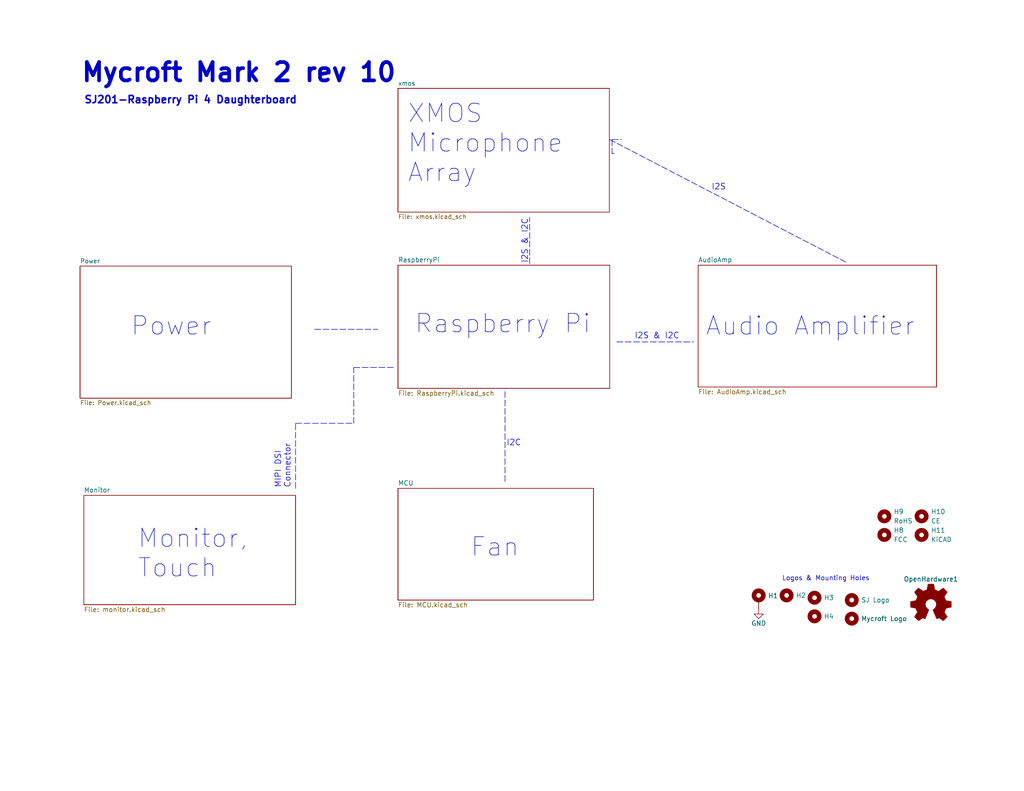
<source format=kicad_sch>
(kicad_sch (version 20211123) (generator eeschema)

  (uuid 533a6ac4-179f-4d61-bd83-f744b4684362)

  (paper "A")

  (title_block
    (title "SJ-201-R10")
    (date "2022-07-28")
    (rev "10")
    (company "Mycroft AI")
    (comment 1 "SJ-201")
  )

  (lib_symbols
    (symbol "Graphic:Logo_Open_Hardware_Small" (pin_names (offset 1.016)) (in_bom yes) (on_board yes)
      (property "Reference" "#LOGO" (id 0) (at 0 6.985 0)
        (effects (font (size 1.27 1.27)) hide)
      )
      (property "Value" "Logo_Open_Hardware_Small" (id 1) (at 0 -5.715 0)
        (effects (font (size 1.27 1.27)) hide)
      )
      (property "Footprint" "" (id 2) (at 0 0 0)
        (effects (font (size 1.27 1.27)) hide)
      )
      (property "Datasheet" "~" (id 3) (at 0 0 0)
        (effects (font (size 1.27 1.27)) hide)
      )
      (property "ki_keywords" "Logo" (id 4) (at 0 0 0)
        (effects (font (size 1.27 1.27)) hide)
      )
      (property "ki_description" "Open Hardware logo, small" (id 5) (at 0 0 0)
        (effects (font (size 1.27 1.27)) hide)
      )
      (symbol "Logo_Open_Hardware_Small_0_1"
        (polyline
          (pts
            (xy 3.3528 -4.3434)
            (xy 3.302 -4.318)
            (xy 3.175 -4.2418)
            (xy 2.9972 -4.1148)
            (xy 2.7686 -3.9624)
            (xy 2.54 -3.81)
            (xy 2.3622 -3.7084)
            (xy 2.2352 -3.6068)
            (xy 2.1844 -3.5814)
            (xy 2.159 -3.6068)
            (xy 2.0574 -3.6576)
            (xy 1.905 -3.7338)
            (xy 1.8034 -3.7846)
            (xy 1.6764 -3.8354)
            (xy 1.6002 -3.8354)
            (xy 1.6002 -3.8354)
            (xy 1.5494 -3.7338)
            (xy 1.4732 -3.5306)
            (xy 1.3462 -3.302)
            (xy 1.2446 -3.0226)
            (xy 1.1176 -2.7178)
            (xy 0.9652 -2.413)
            (xy 0.8636 -2.1082)
            (xy 0.7366 -1.8288)
            (xy 0.6604 -1.6256)
            (xy 0.6096 -1.4732)
            (xy 0.5842 -1.397)
            (xy 0.5842 -1.397)
            (xy 0.6604 -1.3208)
            (xy 0.7874 -1.2446)
            (xy 1.0414 -1.016)
            (xy 1.2954 -0.6858)
            (xy 1.4478 -0.3302)
            (xy 1.524 0.0762)
            (xy 1.4732 0.4572)
            (xy 1.3208 0.8128)
            (xy 1.0668 1.143)
            (xy 0.762 1.3716)
            (xy 0.4064 1.524)
            (xy 0 1.5748)
            (xy -0.381 1.5494)
            (xy -0.7366 1.397)
            (xy -1.0668 1.143)
            (xy -1.2192 0.9906)
            (xy -1.397 0.6604)
            (xy -1.524 0.3048)
            (xy -1.524 0.2286)
            (xy -1.4986 -0.1778)
            (xy -1.397 -0.5334)
            (xy -1.1938 -0.8636)
            (xy -0.9144 -1.143)
            (xy -0.8636 -1.1684)
            (xy -0.7366 -1.27)
            (xy -0.635 -1.3462)
            (xy -0.5842 -1.397)
            (xy -1.0668 -2.5908)
            (xy -1.143 -2.794)
            (xy -1.2954 -3.1242)
            (xy -1.397 -3.4036)
            (xy -1.4986 -3.6322)
            (xy -1.5748 -3.7846)
            (xy -1.6002 -3.8354)
            (xy -1.6002 -3.8354)
            (xy -1.651 -3.8354)
            (xy -1.7272 -3.81)
            (xy -1.905 -3.7338)
            (xy -2.0066 -3.683)
            (xy -2.1336 -3.6068)
            (xy -2.2098 -3.5814)
            (xy -2.2606 -3.6068)
            (xy -2.3622 -3.683)
            (xy -2.54 -3.81)
            (xy -2.7686 -3.9624)
            (xy -2.9718 -4.0894)
            (xy -3.1496 -4.2164)
            (xy -3.302 -4.318)
            (xy -3.3528 -4.3434)
            (xy -3.3782 -4.3434)
            (xy -3.429 -4.318)
            (xy -3.5306 -4.2164)
            (xy -3.7084 -4.064)
            (xy -3.937 -3.8354)
            (xy -3.9624 -3.81)
            (xy -4.1656 -3.6068)
            (xy -4.318 -3.4544)
            (xy -4.4196 -3.3274)
            (xy -4.445 -3.2766)
            (xy -4.445 -3.2766)
            (xy -4.4196 -3.2258)
            (xy -4.318 -3.0734)
            (xy -4.2164 -2.8956)
            (xy -4.064 -2.667)
            (xy -3.6576 -2.0828)
            (xy -3.8862 -1.5494)
            (xy -3.937 -1.3716)
            (xy -4.0386 -1.1684)
            (xy -4.0894 -1.0414)
            (xy -4.1148 -0.9652)
            (xy -4.191 -0.9398)
            (xy -4.318 -0.9144)
            (xy -4.5466 -0.8636)
            (xy -4.8006 -0.8128)
            (xy -5.0546 -0.7874)
            (xy -5.2578 -0.7366)
            (xy -5.4356 -0.7112)
            (xy -5.5118 -0.6858)
            (xy -5.5118 -0.6858)
            (xy -5.5372 -0.635)
            (xy -5.5372 -0.5588)
            (xy -5.5372 -0.4318)
            (xy -5.5626 -0.2286)
            (xy -5.5626 0.0762)
            (xy -5.5626 0.127)
            (xy -5.5372 0.4064)
            (xy -5.5372 0.635)
            (xy -5.5372 0.762)
            (xy -5.5372 0.8382)
            (xy -5.5372 0.8382)
            (xy -5.461 0.8382)
            (xy -5.3086 0.889)
            (xy -5.08 0.9144)
            (xy -4.826 0.9652)
            (xy -4.8006 0.9906)
            (xy -4.5466 1.0414)
            (xy -4.318 1.0668)
            (xy -4.1656 1.1176)
            (xy -4.0894 1.143)
            (xy -4.0894 1.143)
            (xy -4.0386 1.2446)
            (xy -3.9624 1.4224)
            (xy -3.8608 1.6256)
            (xy -3.7846 1.8288)
            (xy -3.7084 2.0066)
            (xy -3.6576 2.159)
            (xy -3.6322 2.2098)
            (xy -3.6322 2.2098)
            (xy -3.683 2.286)
            (xy -3.7592 2.413)
            (xy -3.8862 2.5908)
            (xy -4.064 2.8194)
            (xy -4.064 2.8448)
            (xy -4.2164 3.0734)
            (xy -4.3434 3.2512)
            (xy -4.4196 3.3782)
            (xy -4.445 3.4544)
            (xy -4.445 3.4544)
            (xy -4.3942 3.5052)
            (xy -4.2926 3.6322)
            (xy -4.1148 3.81)
            (xy -3.937 4.0132)
            (xy -3.8608 4.064)
            (xy -3.6576 4.2926)
            (xy -3.5052 4.4196)
            (xy -3.4036 4.4958)
            (xy -3.3528 4.5212)
            (xy -3.3528 4.5212)
            (xy -3.302 4.4704)
            (xy -3.1496 4.3688)
            (xy -2.9718 4.2418)
            (xy -2.7432 4.0894)
            (xy -2.7178 4.0894)
            (xy -2.4892 3.937)
            (xy -2.3114 3.81)
            (xy -2.1844 3.7084)
            (xy -2.1336 3.683)
            (xy -2.1082 3.683)
            (xy -2.032 3.7084)
            (xy -1.8542 3.7592)
            (xy -1.6764 3.8354)
            (xy -1.4732 3.937)
            (xy -1.27 4.0132)
            (xy -1.143 4.064)
            (xy -1.0668 4.1148)
            (xy -1.0668 4.1148)
            (xy -1.0414 4.191)
            (xy -1.016 4.3434)
            (xy -0.9652 4.572)
            (xy -0.9144 4.8514)
            (xy -0.889 4.9022)
            (xy -0.8382 5.1562)
            (xy -0.8128 5.3848)
            (xy -0.7874 5.5372)
            (xy -0.762 5.588)
            (xy -0.7112 5.6134)
            (xy -0.5842 5.6134)
            (xy -0.4064 5.6134)
            (xy -0.1524 5.6134)
            (xy 0.0762 5.6134)
            (xy 0.3302 5.6134)
            (xy 0.5334 5.6134)
            (xy 0.6858 5.588)
            (xy 0.7366 5.588)
            (xy 0.7366 5.588)
            (xy 0.762 5.5118)
            (xy 0.8128 5.334)
            (xy 0.8382 5.1054)
            (xy 0.9144 4.826)
            (xy 0.9144 4.7752)
            (xy 0.9652 4.5212)
            (xy 1.016 4.2926)
            (xy 1.0414 4.1402)
            (xy 1.0668 4.0894)
            (xy 1.0668 4.0894)
            (xy 1.1938 4.0386)
            (xy 1.3716 3.9624)
            (xy 1.5748 3.8608)
            (xy 2.0828 3.6576)
            (xy 2.7178 4.0894)
            (xy 2.7686 4.1402)
            (xy 2.9972 4.2926)
            (xy 3.175 4.4196)
            (xy 3.302 4.4958)
            (xy 3.3782 4.5212)
            (xy 3.3782 4.5212)
            (xy 3.429 4.4704)
            (xy 3.556 4.3434)
            (xy 3.7338 4.191)
            (xy 3.9116 3.9878)
            (xy 4.064 3.8354)
            (xy 4.2418 3.6576)
            (xy 4.3434 3.556)
            (xy 4.4196 3.4798)
            (xy 4.4196 3.429)
            (xy 4.4196 3.4036)
            (xy 4.3942 3.3274)
            (xy 4.2926 3.2004)
            (xy 4.1656 2.9972)
            (xy 4.0132 2.794)
            (xy 3.8862 2.5908)
            (xy 3.7592 2.3876)
            (xy 3.6576 2.2352)
            (xy 3.6322 2.159)
            (xy 3.6322 2.1336)
            (xy 3.683 2.0066)
            (xy 3.7592 1.8288)
            (xy 3.8608 1.6002)
            (xy 4.064 1.1176)
            (xy 4.3942 1.0414)
            (xy 4.5974 1.016)
            (xy 4.8768 0.9652)
            (xy 5.1308 0.9144)
            (xy 5.5372 0.8382)
            (xy 5.5626 -0.6604)
            (xy 5.4864 -0.6858)
            (xy 5.4356 -0.6858)
            (xy 5.2832 -0.7366)
            (xy 5.0546 -0.762)
            (xy 4.8006 -0.8128)
            (xy 4.5974 -0.8636)
            (xy 4.3688 -0.9144)
            (xy 4.2164 -0.9398)
            (xy 4.1402 -0.9398)
            (xy 4.1148 -0.9652)
            (xy 4.064 -1.0668)
            (xy 3.9878 -1.2446)
            (xy 3.9116 -1.4478)
            (xy 3.81 -1.651)
            (xy 3.7338 -1.8542)
            (xy 3.683 -2.0066)
            (xy 3.6576 -2.0828)
            (xy 3.683 -2.1336)
            (xy 3.7846 -2.2606)
            (xy 3.8862 -2.4638)
            (xy 4.0386 -2.667)
            (xy 4.191 -2.8956)
            (xy 4.318 -3.0734)
            (xy 4.3942 -3.2004)
            (xy 4.445 -3.2766)
            (xy 4.4196 -3.3274)
            (xy 4.3434 -3.429)
            (xy 4.1656 -3.5814)
            (xy 3.937 -3.8354)
            (xy 3.8862 -3.8608)
            (xy 3.683 -4.064)
            (xy 3.5306 -4.2164)
            (xy 3.4036 -4.318)
            (xy 3.3528 -4.3434)
          )
          (stroke (width 0) (type default) (color 0 0 0 0))
          (fill (type outline))
        )
      )
    )
    (symbol "Mechanical:MountingHole" (pin_names (offset 1.016)) (in_bom yes) (on_board yes)
      (property "Reference" "H" (id 0) (at 0 5.08 0)
        (effects (font (size 1.27 1.27)))
      )
      (property "Value" "MountingHole" (id 1) (at 0 3.175 0)
        (effects (font (size 1.27 1.27)))
      )
      (property "Footprint" "" (id 2) (at 0 0 0)
        (effects (font (size 1.27 1.27)) hide)
      )
      (property "Datasheet" "~" (id 3) (at 0 0 0)
        (effects (font (size 1.27 1.27)) hide)
      )
      (property "ki_keywords" "mounting hole" (id 4) (at 0 0 0)
        (effects (font (size 1.27 1.27)) hide)
      )
      (property "ki_description" "Mounting Hole without connection" (id 5) (at 0 0 0)
        (effects (font (size 1.27 1.27)) hide)
      )
      (property "ki_fp_filters" "MountingHole*" (id 6) (at 0 0 0)
        (effects (font (size 1.27 1.27)) hide)
      )
      (symbol "MountingHole_0_1"
        (circle (center 0 0) (radius 1.27)
          (stroke (width 1.27) (type default) (color 0 0 0 0))
          (fill (type none))
        )
      )
    )
    (symbol "Mechanical:MountingHole_Pad" (pin_numbers hide) (pin_names (offset 1.016) hide) (in_bom yes) (on_board yes)
      (property "Reference" "H" (id 0) (at 0 6.35 0)
        (effects (font (size 1.27 1.27)))
      )
      (property "Value" "MountingHole_Pad" (id 1) (at 0 4.445 0)
        (effects (font (size 1.27 1.27)))
      )
      (property "Footprint" "" (id 2) (at 0 0 0)
        (effects (font (size 1.27 1.27)) hide)
      )
      (property "Datasheet" "~" (id 3) (at 0 0 0)
        (effects (font (size 1.27 1.27)) hide)
      )
      (property "ki_keywords" "mounting hole" (id 4) (at 0 0 0)
        (effects (font (size 1.27 1.27)) hide)
      )
      (property "ki_description" "Mounting Hole with connection" (id 5) (at 0 0 0)
        (effects (font (size 1.27 1.27)) hide)
      )
      (property "ki_fp_filters" "MountingHole*Pad*" (id 6) (at 0 0 0)
        (effects (font (size 1.27 1.27)) hide)
      )
      (symbol "MountingHole_Pad_0_1"
        (circle (center 0 1.27) (radius 1.27)
          (stroke (width 1.27) (type default) (color 0 0 0 0))
          (fill (type none))
        )
      )
      (symbol "MountingHole_Pad_1_1"
        (pin input line (at 0 -2.54 90) (length 2.54)
          (name "1" (effects (font (size 1.27 1.27))))
          (number "1" (effects (font (size 1.27 1.27))))
        )
      )
    )
    (symbol "power:GND" (power) (pin_names (offset 0)) (in_bom yes) (on_board yes)
      (property "Reference" "#PWR" (id 0) (at 0 -6.35 0)
        (effects (font (size 1.27 1.27)) hide)
      )
      (property "Value" "GND" (id 1) (at 0 -3.81 0)
        (effects (font (size 1.27 1.27)))
      )
      (property "Footprint" "" (id 2) (at 0 0 0)
        (effects (font (size 1.27 1.27)) hide)
      )
      (property "Datasheet" "" (id 3) (at 0 0 0)
        (effects (font (size 1.27 1.27)) hide)
      )
      (property "ki_keywords" "power-flag" (id 4) (at 0 0 0)
        (effects (font (size 1.27 1.27)) hide)
      )
      (property "ki_description" "Power symbol creates a global label with name \"GND\" , ground" (id 5) (at 0 0 0)
        (effects (font (size 1.27 1.27)) hide)
      )
      (symbol "GND_0_1"
        (polyline
          (pts
            (xy 0 0)
            (xy 0 -1.27)
            (xy 1.27 -1.27)
            (xy 0 -2.54)
            (xy -1.27 -1.27)
            (xy 0 -1.27)
          )
          (stroke (width 0) (type default) (color 0 0 0 0))
          (fill (type none))
        )
      )
      (symbol "GND_1_1"
        (pin power_in line (at 0 0 270) (length 0) hide
          (name "GND" (effects (font (size 1.27 1.27))))
          (number "1" (effects (font (size 1.27 1.27))))
        )
      )
    )
  )


  (polyline (pts (xy 167.005 38.1) (xy 167.005 41.91))
    (stroke (width 0) (type default) (color 0 0 0 0))
    (uuid 059523c4-35a2-4287-ab85-3a35900bb96a)
  )
  (polyline (pts (xy 85.852 89.916) (xy 103.124 89.916))
    (stroke (width 0) (type default) (color 0 0 0 0))
    (uuid 0e90554a-cdfb-4605-8cc5-d4cd8be566fb)
  )
  (polyline (pts (xy 166.37 38.1) (xy 231.14 71.755))
    (stroke (width 0) (type default) (color 0 0 0 0))
    (uuid 3027aac9-24da-4ef1-8add-8f4e15a598c6)
  )
  (polyline (pts (xy 137.795 131.445) (xy 137.795 106.68))
    (stroke (width 0) (type default) (color 0 0 0 0))
    (uuid 3299e474-9e6d-437b-a51e-1246fe559c7e)
  )
  (polyline (pts (xy 80.645 115.57) (xy 96.52 115.57))
    (stroke (width 0) (type default) (color 0 0 0 0))
    (uuid 4bf14c6f-3a14-46a0-902d-a91bb587a48f)
  )
  (polyline (pts (xy 167.005 38.1) (xy 169.545 38.1))
    (stroke (width 0) (type default) (color 0 0 0 0))
    (uuid 4e307aad-53fd-4202-8d5d-c833957d02fc)
  )
  (polyline (pts (xy 80.645 133.35) (xy 80.645 115.57))
    (stroke (width 0) (type default) (color 0 0 0 0))
    (uuid 6f2cbe17-bcbd-4d94-84d6-a3cb117b19bb)
  )
  (polyline (pts (xy 167.005 41.91) (xy 167.64 41.91))
    (stroke (width 0) (type default) (color 0 0 0 0))
    (uuid 707a3795-0e5f-4188-bf5b-bf4511f112b8)
  )
  (polyline (pts (xy 96.52 115.57) (xy 96.52 100.33))
    (stroke (width 0) (type default) (color 0 0 0 0))
    (uuid 9302e894-a6c2-40d6-890d-e59a8b5e6552)
  )
  (polyline (pts (xy 96.52 100.33) (xy 107.315 100.33))
    (stroke (width 0) (type default) (color 0 0 0 0))
    (uuid b03269c0-24ca-4792-8685-a21abd60692b)
  )
  (polyline (pts (xy 144.526 72.009) (xy 144.526 59.309))
    (stroke (width 0) (type default) (color 0 0 0 0))
    (uuid f4b53247-1c67-44e6-9cd4-4808e0d4a996)
  )
  (polyline (pts (xy 168.275 93.345) (xy 189.23 93.345))
    (stroke (width 0) (type default) (color 0 0 0 0))
    (uuid ff6c6a14-3f4c-455d-aa9c-58a869c19370)
  )

  (text "I2S" (at 198.12 52.07 180)
    (effects (font (size 1.6002 1.6002)) (justify right bottom))
    (uuid 1a047bdf-8ecf-444b-bf2b-480bc07187f9)
  )
  (text "SJ201-Raspberry Pi 4 Daughterboard" (at 22.86 28.575 0)
    (effects (font (size 2.0066 2.0066) (thickness 0.4013) bold) (justify left bottom))
    (uuid 348d6ebd-2409-4bde-9240-10be5e7dcbd8)
  )
  (text "Mycroft Mark 2 rev 10" (at 21.844 22.86 0)
    (effects (font (size 5.0038 5.0038) (thickness 1.0008) bold) (justify left bottom))
    (uuid 4e30ad2c-a85e-4dd3-a281-31f7000493f4)
  )
  (text "MIPI DSI\nConnector" (at 79.375 133.35 90)
    (effects (font (size 1.6002 1.6002)) (justify left bottom))
    (uuid 532da0e5-4d6f-45fc-bede-f1ea5bcd6dd8)
  )
  (text "Monitor, \nTouch" (at 37.465 158.115 0)
    (effects (font (size 5.0038 5.0038)) (justify left bottom))
    (uuid 549e963c-ee8c-4726-bc96-ee8ebf858211)
  )
  (text "Raspberry Pi" (at 113.03 91.44 0)
    (effects (font (size 5.0038 5.0038)) (justify left bottom))
    (uuid 5f92f10d-10db-4293-b746-7b3b3d080c37)
  )
  (text "Logos & Mounting Holes" (at 213.36 158.75 0)
    (effects (font (size 1.27 1.27)) (justify left bottom))
    (uuid 701b8f27-ae0c-45f9-a307-fe5bf5c75f10)
  )
  (text "Fan" (at 128.27 152.4 0)
    (effects (font (size 5.0038 5.0038)) (justify left bottom))
    (uuid 94c88474-e90e-43db-a736-ee3e26ac7f50)
  )
  (text "I2S & I2C" (at 144.145 59.69 270)
    (effects (font (size 1.6002 1.6002)) (justify right bottom))
    (uuid a68db197-106b-480e-86f0-ce927d6426e3)
  )
  (text "Power" (at 35.56 92.075 0)
    (effects (font (size 5.0038 5.0038)) (justify left bottom))
    (uuid b0c0cf05-290c-4858-baf3-c987b7d3b258)
  )
  (text "XMOS\nMicrophone \nArray" (at 111.125 50.165 0)
    (effects (font (size 5.0038 5.0038)) (justify left bottom))
    (uuid b6bf409d-77a8-485a-a4a2-6f4c1436279c)
  )
  (text "Audio Amplifier\n" (at 192.405 92.075 0)
    (effects (font (size 5.0038 5.0038)) (justify left bottom))
    (uuid bcd98a63-3729-4f2a-96c6-fc3dbba12c97)
  )
  (text "I2C" (at 142.24 121.92 180)
    (effects (font (size 1.6002 1.6002)) (justify right bottom))
    (uuid c929a370-b418-47df-a655-4d91eeb7077c)
  )
  (text "I2S & I2C" (at 185.42 92.71 180)
    (effects (font (size 1.6002 1.6002)) (justify right bottom))
    (uuid ee209d45-7e58-4656-8a42-e6abfb922ddb)
  )

  (symbol (lib_id "Mechanical:MountingHole_Pad") (at 207.01 163.83 0) (unit 1)
    (in_bom yes) (on_board yes)
    (uuid 00000000-0000-0000-0000-00005f08ab51)
    (property "Reference" "H1" (id 0) (at 209.55 162.6616 0)
      (effects (font (size 1.27 1.27)) (justify left))
    )
    (property "Value" "MountingHole" (id 1) (at 209.55 164.973 0)
      (effects (font (size 1.27 1.27)) (justify left) hide)
    )
    (property "Footprint" "Mycroft:MountingHole_6.0mm_Pad" (id 2) (at 207.01 163.83 0)
      (effects (font (size 1.27 1.27)) hide)
    )
    (property "Datasheet" "~" (id 3) (at 207.01 163.83 0)
      (effects (font (size 1.27 1.27)) hide)
    )
    (property "MPN" "DNP" (id 4) (at 207.01 163.83 0)
      (effects (font (size 1.27 1.27)) hide)
    )
    (pin "1" (uuid b8ae35c9-14b0-4b7d-9746-f1485634cac2))
  )

  (symbol (lib_id "Mechanical:MountingHole") (at 214.63 162.56 0) (unit 1)
    (in_bom yes) (on_board yes)
    (uuid 00000000-0000-0000-0000-00005f08b35b)
    (property "Reference" "H2" (id 0) (at 217.17 162.56 0)
      (effects (font (size 1.27 1.27)) (justify left))
    )
    (property "Value" "MountingHole" (id 1) (at 217.17 163.703 0)
      (effects (font (size 1.27 1.27)) (justify left) hide)
    )
    (property "Footprint" "Mycroft:MountingHole_6.5mm_Pad" (id 2) (at 214.63 162.56 0)
      (effects (font (size 1.27 1.27)) hide)
    )
    (property "Datasheet" "~" (id 3) (at 214.63 162.56 0)
      (effects (font (size 1.27 1.27)) hide)
    )
    (property "MPN" "DNP" (id 4) (at 214.63 162.56 0)
      (effects (font (size 1.27 1.27)) hide)
    )
  )

  (symbol (lib_id "Mechanical:MountingHole") (at 222.25 163.195 0) (unit 1)
    (in_bom yes) (on_board yes)
    (uuid 00000000-0000-0000-0000-00005f08b63a)
    (property "Reference" "H3" (id 0) (at 224.79 163.195 0)
      (effects (font (size 1.27 1.27)) (justify left))
    )
    (property "Value" "MountingHole" (id 1) (at 224.79 164.338 0)
      (effects (font (size 1.27 1.27)) (justify left) hide)
    )
    (property "Footprint" "Mycroft:MountingHole_6.0mm_Pad" (id 2) (at 222.25 163.195 0)
      (effects (font (size 1.27 1.27)) hide)
    )
    (property "Datasheet" "~" (id 3) (at 222.25 163.195 0)
      (effects (font (size 1.27 1.27)) hide)
    )
    (property "MPN" "DNP" (id 4) (at 222.25 163.195 0)
      (effects (font (size 1.27 1.27)) hide)
    )
  )

  (symbol (lib_id "Mechanical:MountingHole") (at 222.25 168.275 0) (unit 1)
    (in_bom yes) (on_board yes)
    (uuid 00000000-0000-0000-0000-00005f08b83c)
    (property "Reference" "H4" (id 0) (at 224.79 168.275 0)
      (effects (font (size 1.27 1.27)) (justify left))
    )
    (property "Value" "MountingHole" (id 1) (at 224.79 169.418 0)
      (effects (font (size 1.27 1.27)) (justify left) hide)
    )
    (property "Footprint" "Mycroft:MountingHole_6.0mm_Pad" (id 2) (at 222.25 168.275 0)
      (effects (font (size 1.27 1.27)) hide)
    )
    (property "Datasheet" "~" (id 3) (at 222.25 168.275 0)
      (effects (font (size 1.27 1.27)) hide)
    )
    (property "MPN" "DNP" (id 4) (at 222.25 168.275 0)
      (effects (font (size 1.27 1.27)) hide)
    )
  )

  (symbol (lib_id "Mechanical:MountingHole") (at 232.41 168.91 0) (unit 1)
    (in_bom yes) (on_board yes)
    (uuid 00000000-0000-0000-0000-00005f18d39f)
    (property "Reference" "H7" (id 0) (at 234.95 167.7416 0)
      (effects (font (size 1.27 1.27)) (justify left) hide)
    )
    (property "Value" "Mycroft Logo" (id 1) (at 234.95 168.91 0)
      (effects (font (size 1.27 1.27)) (justify left))
    )
    (property "Footprint" "mycroft:mycroft_logo_words" (id 2) (at 232.41 168.91 0)
      (effects (font (size 1.27 1.27)) hide)
    )
    (property "Datasheet" "~" (id 3) (at 232.41 168.91 0)
      (effects (font (size 1.27 1.27)) hide)
    )
    (property "MPN" "DNP" (id 4) (at 232.41 168.91 0)
      (effects (font (size 1.27 1.27)) hide)
    )
  )

  (symbol (lib_id "Graphic:Logo_Open_Hardware_Small") (at 254 165.1 0) (unit 1)
    (in_bom yes) (on_board yes)
    (uuid 00000000-0000-0000-0000-00005f5e3ba9)
    (property "Reference" "OpenHardware1" (id 0) (at 254 158.115 0))
    (property "Value" "Logo_Open_Hardware_Small" (id 1) (at 254 170.815 0)
      (effects (font (size 1.27 1.27)) hide)
    )
    (property "Footprint" "Symbol:OSHW-Logo_7.5x8mm_SilkScreen" (id 2) (at 254 165.1 0)
      (effects (font (size 1.27 1.27)) hide)
    )
    (property "Datasheet" "~" (id 3) (at 254 165.1 0)
      (effects (font (size 1.27 1.27)) hide)
    )
    (property "MPN" "DNP" (id 4) (at 254 165.1 0)
      (effects (font (size 1.27 1.27)) hide)
    )
  )

  (symbol (lib_id "Mechanical:MountingHole") (at 232.41 163.83 0) (unit 1)
    (in_bom yes) (on_board yes)
    (uuid 00000000-0000-0000-0000-000060926a26)
    (property "Reference" "H6" (id 0) (at 234.95 162.6616 0)
      (effects (font (size 1.27 1.27)) (justify left) hide)
    )
    (property "Value" "SJ Logo" (id 1) (at 234.95 163.83 0)
      (effects (font (size 1.27 1.27)) (justify left))
    )
    (property "Footprint" "libraries:simon-jestor-logo" (id 2) (at 232.41 163.83 0)
      (effects (font (size 1.27 1.27)) hide)
    )
    (property "Datasheet" "~" (id 3) (at 232.41 163.83 0)
      (effects (font (size 1.27 1.27)) hide)
    )
    (property "MPN" "DNP" (id 4) (at 232.41 163.83 0)
      (effects (font (size 1.27 1.27)) hide)
    )
  )

  (symbol (lib_id "Mechanical:MountingHole") (at 251.46 140.97 0) (unit 1)
    (in_bom yes) (on_board yes) (fields_autoplaced)
    (uuid 1a653dff-e076-4efe-b10c-9e85374cba2c)
    (property "Reference" "H10" (id 0) (at 254 139.6999 0)
      (effects (font (size 1.27 1.27)) (justify left))
    )
    (property "Value" "CE" (id 1) (at 254 142.2399 0)
      (effects (font (size 1.27 1.27)) (justify left))
    )
    (property "Footprint" "Symbol:CE-Logo_8.5x6mm_SilkScreen" (id 2) (at 251.46 140.97 0)
      (effects (font (size 1.27 1.27)) hide)
    )
    (property "Datasheet" "~" (id 3) (at 251.46 140.97 0)
      (effects (font (size 1.27 1.27)) hide)
    )
    (property "MPN" "DNP" (id 4) (at 251.46 140.97 0)
      (effects (font (size 1.27 1.27)) hide)
    )
  )

  (symbol (lib_id "Mechanical:MountingHole") (at 241.3 140.97 0) (unit 1)
    (in_bom yes) (on_board yes) (fields_autoplaced)
    (uuid 4dc0c477-eb2d-4679-9079-85e8f4e7ba37)
    (property "Reference" "H9" (id 0) (at 243.84 139.6999 0)
      (effects (font (size 1.27 1.27)) (justify left))
    )
    (property "Value" "RoHS" (id 1) (at 243.84 142.2399 0)
      (effects (font (size 1.27 1.27)) (justify left))
    )
    (property "Footprint" "Symbol:RoHS-Logo_6mm_SilkScreen" (id 2) (at 241.3 140.97 0)
      (effects (font (size 1.27 1.27)) hide)
    )
    (property "Datasheet" "~" (id 3) (at 241.3 140.97 0)
      (effects (font (size 1.27 1.27)) hide)
    )
    (property "MPN" "DNP" (id 4) (at 241.3 140.97 0)
      (effects (font (size 1.27 1.27)) hide)
    )
  )

  (symbol (lib_id "Mechanical:MountingHole") (at 251.46 146.05 0) (unit 1)
    (in_bom yes) (on_board yes) (fields_autoplaced)
    (uuid 7c524956-a655-4f2d-abe7-5f01dd82fc34)
    (property "Reference" "H11" (id 0) (at 254 144.7799 0)
      (effects (font (size 1.27 1.27)) (justify left))
    )
    (property "Value" "KiCAD" (id 1) (at 254 147.3199 0)
      (effects (font (size 1.27 1.27)) (justify left))
    )
    (property "Footprint" "Symbol:KiCad-Logo2_5mm_SilkScreen" (id 2) (at 251.46 146.05 0)
      (effects (font (size 1.27 1.27)) hide)
    )
    (property "Datasheet" "~" (id 3) (at 251.46 146.05 0)
      (effects (font (size 1.27 1.27)) hide)
    )
    (property "MPN" "DNP" (id 4) (at 251.46 146.05 0)
      (effects (font (size 1.27 1.27)) hide)
    )
  )

  (symbol (lib_id "power:GND") (at 207.01 166.37 0) (unit 1)
    (in_bom yes) (on_board yes)
    (uuid 88c8c3a5-e8fe-49bf-bf6c-0fc104b73133)
    (property "Reference" "#PWR0192" (id 0) (at 207.01 172.72 0)
      (effects (font (size 1.27 1.27)) hide)
    )
    (property "Value" "GND" (id 1) (at 207.01 170.18 0))
    (property "Footprint" "" (id 2) (at 207.01 166.37 0)
      (effects (font (size 1.27 1.27)) hide)
    )
    (property "Datasheet" "" (id 3) (at 207.01 166.37 0)
      (effects (font (size 1.27 1.27)) hide)
    )
    (pin "1" (uuid 3b21c313-7f2d-4183-9b36-88783a1e4a19))
  )

  (symbol (lib_id "Mechanical:MountingHole") (at 241.3 146.05 0) (unit 1)
    (in_bom yes) (on_board yes) (fields_autoplaced)
    (uuid 9f482244-3094-49a4-a9eb-3638393ba061)
    (property "Reference" "H8" (id 0) (at 243.84 144.7799 0)
      (effects (font (size 1.27 1.27)) (justify left))
    )
    (property "Value" "FCC" (id 1) (at 243.84 147.3199 0)
      (effects (font (size 1.27 1.27)) (justify left))
    )
    (property "Footprint" "Symbol:FCC-Logo_7.3x6mm_SilkScreen" (id 2) (at 241.3 146.05 0)
      (effects (font (size 1.27 1.27)) hide)
    )
    (property "Datasheet" "~" (id 3) (at 241.3 146.05 0)
      (effects (font (size 1.27 1.27)) hide)
    )
    (property "MPN" "DNP" (id 4) (at 241.3 146.05 0)
      (effects (font (size 1.27 1.27)) hide)
    )
  )

  (sheet (at 108.585 72.39) (size 57.785 33.655) (fields_autoplaced)
    (stroke (width 0) (type solid) (color 0 0 0 0))
    (fill (color 0 0 0 0.0000))
    (uuid 00000000-0000-0000-0000-00005ea9c461)
    (property "Sheet name" "RaspberryPi" (id 0) (at 108.585 71.6784 0)
      (effects (font (size 1.27 1.27)) (justify left bottom))
    )
    (property "Sheet file" "RaspberryPi.kicad_sch" (id 1) (at 108.585 106.6296 0)
      (effects (font (size 1.27 1.27)) (justify left top))
    )
  )

  (sheet (at 190.5 72.39) (size 65.024 33.274) (fields_autoplaced)
    (stroke (width 0) (type solid) (color 0 0 0 0))
    (fill (color 0 0 0 0.0000))
    (uuid 00000000-0000-0000-0000-00005ea9c67d)
    (property "Sheet name" "AudioAmp" (id 0) (at 190.5 71.6784 0)
      (effects (font (size 1.27 1.27)) (justify left bottom))
    )
    (property "Sheet file" "AudioAmp.kicad_sch" (id 1) (at 190.5 106.2486 0)
      (effects (font (size 1.27 1.27)) (justify left top))
    )
  )

  (sheet (at 108.585 24.13) (size 57.658 33.782) (fields_autoplaced)
    (stroke (width 0) (type solid) (color 0 0 0 0))
    (fill (color 0 0 0 0.0000))
    (uuid 00000000-0000-0000-0000-00005ea9c76d)
    (property "Sheet name" "xmos" (id 0) (at 108.585 23.4565 0)
      (effects (font (size 1.1938 1.1938)) (justify left bottom))
    )
    (property "Sheet file" "xmos.kicad_sch" (id 1) (at 108.585 58.4661 0)
      (effects (font (size 1.1938 1.1938)) (justify left top))
    )
  )

  (sheet (at 21.844 72.644) (size 57.658 36.068) (fields_autoplaced)
    (stroke (width 0) (type solid) (color 0 0 0 0))
    (fill (color 0 0 0 0.0000))
    (uuid 00000000-0000-0000-0000-00005eaac9a5)
    (property "Sheet name" "Power" (id 0) (at 21.844 71.9705 0)
      (effects (font (size 1.1938 1.1938)) (justify left bottom))
    )
    (property "Sheet file" "Power.kicad_sch" (id 1) (at 21.844 109.2661 0)
      (effects (font (size 1.1938 1.1938)) (justify left top))
    )
  )

  (sheet (at 22.86 135.255) (size 57.785 29.845) (fields_autoplaced)
    (stroke (width 0) (type solid) (color 0 0 0 0))
    (fill (color 0 0 0 0.0000))
    (uuid 00000000-0000-0000-0000-00005eab86b0)
    (property "Sheet name" "Monitor" (id 0) (at 22.86 134.5434 0)
      (effects (font (size 1.27 1.27)) (justify left bottom))
    )
    (property "Sheet file" "monitor.kicad_sch" (id 1) (at 22.86 165.6846 0)
      (effects (font (size 1.27 1.27)) (justify left top))
    )
  )

  (sheet (at 108.585 133.35) (size 53.34 30.48) (fields_autoplaced)
    (stroke (width 0) (type solid) (color 0 0 0 0))
    (fill (color 0 0 0 0.0000))
    (uuid 00000000-0000-0000-0000-00005fd1d934)
    (property "Sheet name" "MCU" (id 0) (at 108.585 132.6384 0)
      (effects (font (size 1.27 1.27)) (justify left bottom))
    )
    (property "Sheet file" "MCU.kicad_sch" (id 1) (at 108.585 164.4146 0)
      (effects (font (size 1.27 1.27)) (justify left top))
    )
  )

  (sheet_instances
    (path "/" (page "1"))
    (path "/00000000-0000-0000-0000-00005eaac9a5" (page "2"))
    (path "/00000000-0000-0000-0000-00005ea9c76d" (page "3"))
    (path "/00000000-0000-0000-0000-00005ea9c461" (page "4"))
    (path "/00000000-0000-0000-0000-00005ea9c67d" (page "5"))
    (path "/00000000-0000-0000-0000-00005eab86b0" (page "6"))
    (path "/00000000-0000-0000-0000-00005fd1d934" (page "7"))
  )

  (symbol_instances
    (path "/00000000-0000-0000-0000-00005eaac9a5/00000000-0000-0000-0000-00005f6d1ef7"
      (reference "#PWR01") (unit 1) (value "+12V") (footprint "")
    )
    (path "/00000000-0000-0000-0000-00005eaac9a5/00000000-0000-0000-0000-00005f6df73e"
      (reference "#PWR02") (unit 1) (value "GND") (footprint "")
    )
    (path "/00000000-0000-0000-0000-00005eaac9a5/00000000-0000-0000-0000-00005f6be966"
      (reference "#PWR03") (unit 1) (value "GND") (footprint "")
    )
    (path "/00000000-0000-0000-0000-00005eaac9a5/00000000-0000-0000-0000-00005f6d1a7d"
      (reference "#PWR04") (unit 1) (value "GND") (footprint "")
    )
    (path "/00000000-0000-0000-0000-00005eaac9a5/00000000-0000-0000-0000-00005f0e255e"
      (reference "#PWR05") (unit 1) (value "GND") (footprint "")
    )
    (path "/00000000-0000-0000-0000-00005eaac9a5/00000000-0000-0000-0000-00005f0e72cd"
      (reference "#PWR06") (unit 1) (value "GND") (footprint "")
    )
    (path "/00000000-0000-0000-0000-00005eaac9a5/00000000-0000-0000-0000-00005f6c513e"
      (reference "#PWR07") (unit 1) (value "+12V") (footprint "")
    )
    (path "/00000000-0000-0000-0000-00005eaac9a5/00000000-0000-0000-0000-00005f6c4e33"
      (reference "#PWR08") (unit 1) (value "GND") (footprint "")
    )
    (path "/00000000-0000-0000-0000-00005eaac9a5/00000000-0000-0000-0000-00005f70de41"
      (reference "#PWR09") (unit 1) (value "GND") (footprint "")
    )
    (path "/00000000-0000-0000-0000-00005eaac9a5/00000000-0000-0000-0000-00005f44b3ae"
      (reference "#PWR010") (unit 1) (value "+5V") (footprint "")
    )
    (path "/00000000-0000-0000-0000-00005eaac9a5/00000000-0000-0000-0000-00005f714dd3"
      (reference "#PWR011") (unit 1) (value "GND") (footprint "")
    )
    (path "/00000000-0000-0000-0000-00005eaac9a5/00000000-0000-0000-0000-00005f72bd38"
      (reference "#PWR012") (unit 1) (value "+5V") (footprint "")
    )
    (path "/00000000-0000-0000-0000-00005ea9c67d/00000000-0000-0000-0000-00005f1dcfa2"
      (reference "#PWR020") (unit 1) (value "+12V") (footprint "")
    )
    (path "/00000000-0000-0000-0000-00005eaac9a5/00000000-0000-0000-0000-00005f36dea1"
      (reference "#PWR031") (unit 1) (value "GND") (footprint "")
    )
    (path "/00000000-0000-0000-0000-00005eaac9a5/00000000-0000-0000-0000-00005f375b08"
      (reference "#PWR032") (unit 1) (value "GND") (footprint "")
    )
    (path "/00000000-0000-0000-0000-00005eaac9a5/00000000-0000-0000-0000-00005f44b366"
      (reference "#PWR039") (unit 1) (value "GND") (footprint "")
    )
    (path "/00000000-0000-0000-0000-00005eaac9a5/00000000-0000-0000-0000-00005f44b36c"
      (reference "#PWR040") (unit 1) (value "GND") (footprint "")
    )
    (path "/00000000-0000-0000-0000-00005eaac9a5/00000000-0000-0000-0000-00005f473a98"
      (reference "#PWR041") (unit 1) (value "GND") (footprint "")
    )
    (path "/00000000-0000-0000-0000-00005ea9c461/00000000-0000-0000-0000-00005f3b9fde"
      (reference "#PWR042") (unit 1) (value "GND") (footprint "")
    )
    (path "/00000000-0000-0000-0000-00005ea9c461/00000000-0000-0000-0000-00005eaa6813"
      (reference "#PWR043") (unit 1) (value "GND") (footprint "")
    )
    (path "/00000000-0000-0000-0000-00005ea9c461/00000000-0000-0000-0000-00005f3ba33f"
      (reference "#PWR044") (unit 1) (value "GND") (footprint "")
    )
    (path "/00000000-0000-0000-0000-00005eaac9a5/00000000-0000-0000-0000-00005f44b37a"
      (reference "#PWR045") (unit 1) (value "GND") (footprint "")
    )
    (path "/00000000-0000-0000-0000-00005eaac9a5/00000000-0000-0000-0000-00005f44b381"
      (reference "#PWR046") (unit 1) (value "+1V0") (footprint "")
    )
    (path "/00000000-0000-0000-0000-00005eaac9a5/00000000-0000-0000-0000-00005f44b38c"
      (reference "#PWR047") (unit 1) (value "GND") (footprint "")
    )
    (path "/00000000-0000-0000-0000-00005ea9c461/00000000-0000-0000-0000-00005f3ba660"
      (reference "#PWR048") (unit 1) (value "GND") (footprint "")
    )
    (path "/00000000-0000-0000-0000-00005ea9c461/00000000-0000-0000-0000-00005f3c7014"
      (reference "#PWR049") (unit 1) (value "+3.3V") (footprint "")
    )
    (path "/00000000-0000-0000-0000-00005ea9c461/00000000-0000-0000-0000-00005f3c3b25"
      (reference "#PWR050") (unit 1) (value "GND") (footprint "")
    )
    (path "/00000000-0000-0000-0000-00005eaac9a5/00000000-0000-0000-0000-00005f454f07"
      (reference "#PWR058") (unit 1) (value "+1V0") (footprint "")
    )
    (path "/00000000-0000-0000-0000-00005ea9c76d/00000000-0000-0000-0000-00005f20fda7"
      (reference "#PWR063") (unit 1) (value "+3.3V") (footprint "")
    )
    (path "/00000000-0000-0000-0000-00005ea9c76d/00000000-0000-0000-0000-00005f2106d6"
      (reference "#PWR064") (unit 1) (value "GND") (footprint "")
    )
    (path "/00000000-0000-0000-0000-00005ea9c76d/00000000-0000-0000-0000-00005f20f77e"
      (reference "#PWR065") (unit 1) (value "+3.3V") (footprint "")
    )
    (path "/00000000-0000-0000-0000-00005ea9c76d/00000000-0000-0000-0000-00005f20cbd6"
      (reference "#PWR066") (unit 1) (value "GND") (footprint "")
    )
    (path "/00000000-0000-0000-0000-00005ea9c76d/00000000-0000-0000-0000-00005f1ef391"
      (reference "#PWR067") (unit 1) (value "GND") (footprint "")
    )
    (path "/00000000-0000-0000-0000-00005ea9c76d/00000000-0000-0000-0000-00005f1ea17e"
      (reference "#PWR069") (unit 1) (value "+1V0") (footprint "")
    )
    (path "/00000000-0000-0000-0000-00005ea9c76d/00000000-0000-0000-0000-00005f1f3fa7"
      (reference "#PWR071") (unit 1) (value "GND") (footprint "")
    )
    (path "/00000000-0000-0000-0000-00005ea9c76d/00000000-0000-0000-0000-00005f1e985f"
      (reference "#PWR072") (unit 1) (value "+3.3V") (footprint "")
    )
    (path "/00000000-0000-0000-0000-00005ea9c76d/00000000-0000-0000-0000-00005f1f340b"
      (reference "#PWR073") (unit 1) (value "GND") (footprint "")
    )
    (path "/00000000-0000-0000-0000-00005ea9c76d/00000000-0000-0000-0000-00005f3a4e10"
      (reference "#PWR077") (unit 1) (value "+3.3V") (footprint "")
    )
    (path "/00000000-0000-0000-0000-00005ea9c76d/00000000-0000-0000-0000-00005f39e2a7"
      (reference "#PWR078") (unit 1) (value "GND") (footprint "")
    )
    (path "/00000000-0000-0000-0000-00005ea9c76d/00000000-0000-0000-0000-00005f35689d"
      (reference "#PWR079") (unit 1) (value "+1V0") (footprint "")
    )
    (path "/00000000-0000-0000-0000-00005ea9c76d/00000000-0000-0000-0000-00005f352b82"
      (reference "#PWR080") (unit 1) (value "GND") (footprint "")
    )
    (path "/00000000-0000-0000-0000-00005ea9c76d/00000000-0000-0000-0000-00005f2aa541"
      (reference "#PWR081") (unit 1) (value "+3.3V") (footprint "")
    )
    (path "/00000000-0000-0000-0000-00005ea9c76d/00000000-0000-0000-0000-00005f47c138"
      (reference "#PWR090") (unit 1) (value "GND") (footprint "")
    )
    (path "/00000000-0000-0000-0000-00005ea9c76d/00000000-0000-0000-0000-00005f49f837"
      (reference "#PWR093") (unit 1) (value "GND") (footprint "")
    )
    (path "/00000000-0000-0000-0000-00005ea9c76d/00000000-0000-0000-0000-00005f45a974"
      (reference "#PWR094") (unit 1) (value "GND") (footprint "")
    )
    (path "/00000000-0000-0000-0000-00005ea9c76d/00000000-0000-0000-0000-00005f466928"
      (reference "#PWR095") (unit 1) (value "GND") (footprint "")
    )
    (path "/00000000-0000-0000-0000-00005ea9c76d/00000000-0000-0000-0000-00005f48d4d9"
      (reference "#PWR097") (unit 1) (value "GND") (footprint "")
    )
    (path "/00000000-0000-0000-0000-00005ea9c76d/00000000-0000-0000-0000-00005f45abfb"
      (reference "#PWR099") (unit 1) (value "GND") (footprint "")
    )
    (path "/00000000-0000-0000-0000-00005ea9c461/00000000-0000-0000-0000-00005eeb2a35"
      (reference "#PWR0101") (unit 1) (value "GND") (footprint "")
    )
    (path "/00000000-0000-0000-0000-00005ea9c461/00000000-0000-0000-0000-00005eecea0d"
      (reference "#PWR0102") (unit 1) (value "GND") (footprint "")
    )
    (path "/00000000-0000-0000-0000-00005ea9c461/00000000-0000-0000-0000-00005eefa1de"
      (reference "#PWR0103") (unit 1) (value "GND") (footprint "")
    )
    (path "/00000000-0000-0000-0000-00005ea9c461/00000000-0000-0000-0000-00005eefa587"
      (reference "#PWR0104") (unit 1) (value "GND") (footprint "")
    )
    (path "/00000000-0000-0000-0000-00005ea9c461/00000000-0000-0000-0000-00005ef1eed0"
      (reference "#PWR0105") (unit 1) (value "GND") (footprint "")
    )
    (path "/00000000-0000-0000-0000-00005ea9c461/00000000-0000-0000-0000-00005ef1eee0"
      (reference "#PWR0106") (unit 1) (value "GND") (footprint "")
    )
    (path "/00000000-0000-0000-0000-00005ea9c461/00000000-0000-0000-0000-00005ef2cc7e"
      (reference "#PWR0107") (unit 1) (value "GND") (footprint "")
    )
    (path "/00000000-0000-0000-0000-00005ea9c461/00000000-0000-0000-0000-00005ef2cc8e"
      (reference "#PWR0108") (unit 1) (value "GND") (footprint "")
    )
    (path "/00000000-0000-0000-0000-00005ea9c461/00000000-0000-0000-0000-0000601f4bdc"
      (reference "#PWR0109") (unit 1) (value "GND") (footprint "")
    )
    (path "/00000000-0000-0000-0000-00005ea9c461/00000000-0000-0000-0000-00005ef3919b"
      (reference "#PWR0110") (unit 1) (value "GND") (footprint "")
    )
    (path "/00000000-0000-0000-0000-00005ea9c461/00000000-0000-0000-0000-00005efcbe91"
      (reference "#PWR0111") (unit 1) (value "GND") (footprint "")
    )
    (path "/00000000-0000-0000-0000-00005ea9c461/00000000-0000-0000-0000-00005efcbea8"
      (reference "#PWR0112") (unit 1) (value "GND") (footprint "")
    )
    (path "/00000000-0000-0000-0000-00005ea9c461/00000000-0000-0000-0000-00005f001682"
      (reference "#PWR0113") (unit 1) (value "GND") (footprint "")
    )
    (path "/00000000-0000-0000-0000-00005ea9c76d/00000000-0000-0000-0000-00005f05e9df"
      (reference "#PWR0114") (unit 1) (value "GND") (footprint "")
    )
    (path "/00000000-0000-0000-0000-00005ea9c76d/91ad0b09-f7c3-4012-8bdc-279783f3aceb"
      (reference "#PWR0115") (unit 1) (value "+3.3V") (footprint "")
    )
    (path "/00000000-0000-0000-0000-00005ea9c76d/e7eab457-4e1f-4163-9ff2-c4427bbb7b5b"
      (reference "#PWR0116") (unit 1) (value "GND") (footprint "")
    )
    (path "/00000000-0000-0000-0000-00005fd1d934/00000000-0000-0000-0000-00005fd4666b"
      (reference "#PWR0117") (unit 1) (value "GND") (footprint "")
    )
    (path "/00000000-0000-0000-0000-00005ea9c461/00000000-0000-0000-0000-00005f0dc3cf"
      (reference "#PWR0118") (unit 1) (value "+5V") (footprint "")
    )
    (path "/00000000-0000-0000-0000-00005ea9c76d/88af717c-121a-415e-8c30-8b8a458dbdcf"
      (reference "#PWR0119") (unit 1) (value "+5V") (footprint "")
    )
    (path "/00000000-0000-0000-0000-00005ea9c67d/00000000-0000-0000-0000-00005f91867a"
      (reference "#PWR0120") (unit 1) (value "+3.3V") (footprint "")
    )
    (path "/00000000-0000-0000-0000-00005ea9c461/00000000-0000-0000-0000-00005f0fae6c"
      (reference "#PWR0121") (unit 1) (value "+5V") (footprint "")
    )
    (path "/00000000-0000-0000-0000-00005ea9c461/00000000-0000-0000-0000-00005f106ae2"
      (reference "#PWR0122") (unit 1) (value "+5V") (footprint "")
    )
    (path "/00000000-0000-0000-0000-00005ea9c461/00000000-0000-0000-0000-00005f10be81"
      (reference "#PWR0123") (unit 1) (value "+5V") (footprint "")
    )
    (path "/00000000-0000-0000-0000-00005ea9c461/00000000-0000-0000-0000-00005f111982"
      (reference "#PWR0124") (unit 1) (value "+5V") (footprint "")
    )
    (path "/00000000-0000-0000-0000-00005ea9c461/00000000-0000-0000-0000-00005f116e43"
      (reference "#PWR0125") (unit 1) (value "+5V") (footprint "")
    )
    (path "/00000000-0000-0000-0000-00005ea9c461/00000000-0000-0000-0000-00005f11c4c9"
      (reference "#PWR0126") (unit 1) (value "+5V") (footprint "")
    )
    (path "/00000000-0000-0000-0000-00005ea9c461/00000000-0000-0000-0000-00005f121d03"
      (reference "#PWR0127") (unit 1) (value "+5V") (footprint "")
    )
    (path "/00000000-0000-0000-0000-00005ea9c461/00000000-0000-0000-0000-00005f127ab3"
      (reference "#PWR0128") (unit 1) (value "+5V") (footprint "")
    )
    (path "/00000000-0000-0000-0000-00005ea9c461/00000000-0000-0000-0000-00005f12d173"
      (reference "#PWR0129") (unit 1) (value "+5V") (footprint "")
    )
    (path "/00000000-0000-0000-0000-00005ea9c461/00000000-0000-0000-0000-00005f13274d"
      (reference "#PWR0130") (unit 1) (value "+5V") (footprint "")
    )
    (path "/00000000-0000-0000-0000-00005ea9c461/00000000-0000-0000-0000-00005f137de4"
      (reference "#PWR0131") (unit 1) (value "+5V") (footprint "")
    )
    (path "/00000000-0000-0000-0000-00005ea9c461/00000000-0000-0000-0000-00005f13da27"
      (reference "#PWR0132") (unit 1) (value "+5V") (footprint "")
    )
    (path "/00000000-0000-0000-0000-00005ea9c67d/00000000-0000-0000-0000-00005fa37cb6"
      (reference "#PWR0133") (unit 1) (value "GND") (footprint "")
    )
    (path "/00000000-0000-0000-0000-00005eaac9a5/00000000-0000-0000-0000-00005f881803"
      (reference "#PWR0134") (unit 1) (value "GND") (footprint "")
    )
    (path "/00000000-0000-0000-0000-00005eaac9a5/00000000-0000-0000-0000-00005f2a5c51"
      (reference "#PWR0135") (unit 1) (value "+3.3V") (footprint "")
    )
    (path "/00000000-0000-0000-0000-00005eaac9a5/00000000-0000-0000-0000-00005f2a692d"
      (reference "#PWR0136") (unit 1) (value "+5V") (footprint "")
    )
    (path "/00000000-0000-0000-0000-00005eaac9a5/00000000-0000-0000-0000-00005f2a6d0a"
      (reference "#PWR0137") (unit 1) (value "GND") (footprint "")
    )
    (path "/00000000-0000-0000-0000-00005eaac9a5/00000000-0000-0000-0000-00005f2b5b4d"
      (reference "#PWR0138") (unit 1) (value "GND") (footprint "")
    )
    (path "/00000000-0000-0000-0000-00005eaac9a5/00000000-0000-0000-0000-00005f2b6e48"
      (reference "#PWR0139") (unit 1) (value "GND") (footprint "")
    )
    (path "/00000000-0000-0000-0000-00005ea9c76d/f8e9cb96-f7a4-47d2-aa2a-cd061946efd9"
      (reference "#PWR0140") (unit 1) (value "GND") (footprint "")
    )
    (path "/00000000-0000-0000-0000-00005ea9c461/00000000-0000-0000-0000-0000618fe5a4"
      (reference "#PWR0141") (unit 1) (value "GND") (footprint "")
    )
    (path "/00000000-0000-0000-0000-00005ea9c76d/00000000-0000-0000-0000-00005f0caadf"
      (reference "#PWR0142") (unit 1) (value "GND") (footprint "")
    )
    (path "/00000000-0000-0000-0000-00005ea9c76d/00000000-0000-0000-0000-00005f0e4f04"
      (reference "#PWR0143") (unit 1) (value "GND") (footprint "")
    )
    (path "/00000000-0000-0000-0000-00005ea9c76d/00000000-0000-0000-0000-00005f10e175"
      (reference "#PWR0144") (unit 1) (value "+3.3V") (footprint "")
    )
    (path "/00000000-0000-0000-0000-00005ea9c76d/00000000-0000-0000-0000-00005f156cf3"
      (reference "#PWR0145") (unit 1) (value "GND") (footprint "")
    )
    (path "/00000000-0000-0000-0000-00005ea9c76d/00000000-0000-0000-0000-00005f1a10a0"
      (reference "#PWR0146") (unit 1) (value "+3.3V") (footprint "")
    )
    (path "/00000000-0000-0000-0000-00005eaac9a5/00000000-0000-0000-0000-00005f881c93"
      (reference "#PWR0147") (unit 1) (value "+5V") (footprint "")
    )
    (path "/00000000-0000-0000-0000-00005ea9c461/00000000-0000-0000-0000-0000618fe778"
      (reference "#PWR0148") (unit 1) (value "+5V") (footprint "")
    )
    (path "/00000000-0000-0000-0000-00005ea9c461/b0fe85a2-2ee3-48ca-903d-1d27cb07f268"
      (reference "#PWR0149") (unit 1) (value "+3.3V") (footprint "")
    )
    (path "/00000000-0000-0000-0000-00005ea9c76d/00000000-0000-0000-0000-0000618f91c6"
      (reference "#PWR0150") (unit 1) (value "GND") (footprint "")
    )
    (path "/00000000-0000-0000-0000-00005ea9c67d/00000000-0000-0000-0000-00005f14742f"
      (reference "#PWR0151") (unit 1) (value "+3.3V") (footprint "")
    )
    (path "/00000000-0000-0000-0000-00005ea9c67d/00000000-0000-0000-0000-00005f147444"
      (reference "#PWR0152") (unit 1) (value "+3.3V") (footprint "")
    )
    (path "/00000000-0000-0000-0000-00005ea9c67d/00000000-0000-0000-0000-00005f26e4f1"
      (reference "#PWR0153") (unit 1) (value "+3.3V") (footprint "")
    )
    (path "/00000000-0000-0000-0000-00005ea9c67d/00000000-0000-0000-0000-00005fa3807b"
      (reference "#PWR0154") (unit 1) (value "GND") (footprint "")
    )
    (path "/00000000-0000-0000-0000-00005ea9c67d/00000000-0000-0000-0000-00005fae6e2b"
      (reference "#PWR0155") (unit 1) (value "GND") (footprint "")
    )
    (path "/00000000-0000-0000-0000-00005ea9c67d/00000000-0000-0000-0000-00005fb0eb6f"
      (reference "#PWR0156") (unit 1) (value "GND") (footprint "")
    )
    (path "/00000000-0000-0000-0000-00005eaac9a5/00000000-0000-0000-0000-00005f2fcf98"
      (reference "#PWR0157") (unit 1) (value "GND") (footprint "")
    )
    (path "/00000000-0000-0000-0000-00005fd1d934/00000000-0000-0000-0000-00005fd46683"
      (reference "#PWR0158") (unit 1) (value "+12V") (footprint "")
    )
    (path "/00000000-0000-0000-0000-00005fd1d934/00000000-0000-0000-0000-00005fd46694"
      (reference "#PWR0159") (unit 1) (value "GND") (footprint "")
    )
    (path "/00000000-0000-0000-0000-00005ea9c461/bc6b2829-c252-4bf8-a479-ca6125cad2d3"
      (reference "#PWR0160") (unit 1) (value "+5V") (footprint "")
    )
    (path "/00000000-0000-0000-0000-00005ea9c461/0e8641a9-8069-4938-a514-a5bb02b1af93"
      (reference "#PWR0161") (unit 1) (value "GND") (footprint "")
    )
    (path "/00000000-0000-0000-0000-00005ea9c461/302c19ea-a1f1-4d51-bbd7-83e7f3c96c7a"
      (reference "#PWR0162") (unit 1) (value "+3V3") (footprint "")
    )
    (path "/00000000-0000-0000-0000-00005ea9c461/ce58edb8-ac06-4813-b1c8-a8f0af317362"
      (reference "#PWR0163") (unit 1) (value "GND") (footprint "")
    )
    (path "/00000000-0000-0000-0000-00005ea9c76d/00000000-0000-0000-0000-00005f3f8955"
      (reference "#PWR0164") (unit 1) (value "+3.3V") (footprint "")
    )
    (path "/00000000-0000-0000-0000-00005eaac9a5/8f4d625a-345a-4593-a792-70d88b8f5413"
      (reference "#PWR0165") (unit 1) (value "GND") (footprint "")
    )
    (path "/00000000-0000-0000-0000-00005eaac9a5/e39054ce-449d-4c2a-bcd9-504f45f243db"
      (reference "#PWR0166") (unit 1) (value "GND") (footprint "")
    )
    (path "/00000000-0000-0000-0000-00005ea9c67d/00000000-0000-0000-0000-00005fb507a3"
      (reference "#PWR0167") (unit 1) (value "GND") (footprint "")
    )
    (path "/00000000-0000-0000-0000-00005ea9c461/2d6cc2f6-8e0a-4042-a75e-15d184e9121b"
      (reference "#PWR0168") (unit 1) (value "GND") (footprint "")
    )
    (path "/00000000-0000-0000-0000-00005ea9c67d/00000000-0000-0000-0000-00005fb6fb9d"
      (reference "#PWR0169") (unit 1) (value "GND") (footprint "")
    )
    (path "/00000000-0000-0000-0000-00005ea9c67d/00000000-0000-0000-0000-00005fb6fbae"
      (reference "#PWR0170") (unit 1) (value "GND") (footprint "")
    )
    (path "/00000000-0000-0000-0000-00005ea9c67d/00000000-0000-0000-0000-00005fd7070f"
      (reference "#PWR0171") (unit 1) (value "GND") (footprint "")
    )
    (path "/00000000-0000-0000-0000-00005ea9c67d/00000000-0000-0000-0000-00005fd70ceb"
      (reference "#PWR0172") (unit 1) (value "GND") (footprint "")
    )
    (path "/00000000-0000-0000-0000-00005ea9c67d/00000000-0000-0000-0000-00005fd710ac"
      (reference "#PWR0173") (unit 1) (value "GND") (footprint "")
    )
    (path "/00000000-0000-0000-0000-00005ea9c67d/00000000-0000-0000-0000-00005fd92913"
      (reference "#PWR0174") (unit 1) (value "GND") (footprint "")
    )
    (path "/00000000-0000-0000-0000-00005ea9c67d/00000000-0000-0000-0000-00005fd92919"
      (reference "#PWR0175") (unit 1) (value "GND") (footprint "")
    )
    (path "/00000000-0000-0000-0000-00005ea9c67d/00000000-0000-0000-0000-00005fd9291f"
      (reference "#PWR0176") (unit 1) (value "GND") (footprint "")
    )
    (path "/00000000-0000-0000-0000-00005ea9c67d/00000000-0000-0000-0000-00005fff66f8"
      (reference "#PWR0177") (unit 1) (value "GND") (footprint "")
    )
    (path "/00000000-0000-0000-0000-00005ea9c67d/00000000-0000-0000-0000-00006001cee9"
      (reference "#PWR0178") (unit 1) (value "GND") (footprint "")
    )
    (path "/00000000-0000-0000-0000-00005ea9c67d/00000000-0000-0000-0000-000060054d8e"
      (reference "#PWR0179") (unit 1) (value "GND") (footprint "")
    )
    (path "/00000000-0000-0000-0000-00005ea9c67d/00000000-0000-0000-0000-00006008da41"
      (reference "#PWR0180") (unit 1) (value "GND") (footprint "")
    )
    (path "/00000000-0000-0000-0000-00005ea9c461/926797df-4702-4093-a5bb-bd02b8a2f6f5"
      (reference "#PWR0181") (unit 1) (value "GND") (footprint "")
    )
    (path "/00000000-0000-0000-0000-00005ea9c461/122d1a80-aa93-4620-a187-6661ef9c71a9"
      (reference "#PWR0182") (unit 1) (value "GND") (footprint "")
    )
    (path "/00000000-0000-0000-0000-00005eaac9a5/4851ec93-a7c3-4ef7-9b0d-107d27a9272f"
      (reference "#PWR0183") (unit 1) (value "GND") (footprint "")
    )
    (path "/00000000-0000-0000-0000-00005ea9c76d/4c6fd061-9062-4265-b220-7e80e09c63e0"
      (reference "#PWR0184") (unit 1) (value "GND") (footprint "")
    )
    (path "/00000000-0000-0000-0000-00005ea9c461/00000000-0000-0000-0000-00005f95e006"
      (reference "#PWR0185") (unit 1) (value "+3.3V") (footprint "")
    )
    (path "/00000000-0000-0000-0000-00005ea9c461/00000000-0000-0000-0000-00005f9684dc"
      (reference "#PWR0186") (unit 1) (value "+3.3V") (footprint "")
    )
    (path "/00000000-0000-0000-0000-00005ea9c461/00000000-0000-0000-0000-00005f971537"
      (reference "#PWR0187") (unit 1) (value "+3.3V") (footprint "")
    )
    (path "/00000000-0000-0000-0000-00005fd1d934/00000000-0000-0000-0000-00005fd4669f"
      (reference "#PWR0188") (unit 1) (value "+12V") (footprint "")
    )
    (path "/00000000-0000-0000-0000-00005fd1d934/00000000-0000-0000-0000-00005fd466b3"
      (reference "#PWR0189") (unit 1) (value "GND") (footprint "")
    )
    (path "/00000000-0000-0000-0000-00005ea9c76d/9748ccad-3261-48f7-8d7e-a505d901c1d4"
      (reference "#PWR0190") (unit 1) (value "GND") (footprint "")
    )
    (path "/00000000-0000-0000-0000-00005ea9c67d/7aa08a24-9388-4b4e-81f7-d7a6842ed6b4"
      (reference "#PWR0191") (unit 1) (value "GND") (footprint "")
    )
    (path "/88c8c3a5-e8fe-49bf-bf6c-0fc104b73133"
      (reference "#PWR0192") (unit 1) (value "GND") (footprint "")
    )
    (path "/00000000-0000-0000-0000-00005ea9c76d/00000000-0000-0000-0000-000060b01b8b"
      (reference "#PWR0193") (unit 1) (value "GND") (footprint "")
    )
    (path "/00000000-0000-0000-0000-00005eaac9a5/00000000-0000-0000-0000-000060026dd2"
      (reference "#PWR0198") (unit 1) (value "+3.3V") (footprint "")
    )
    (path "/00000000-0000-0000-0000-00005ea9c461/00000000-0000-0000-0000-00005fdfb93c"
      (reference "#PWR0215") (unit 1) (value "+3V3") (footprint "")
    )
    (path "/00000000-0000-0000-0000-00005eaac9a5/00000000-0000-0000-0000-00005f15ea02"
      (reference "C1") (unit 1) (value "220uF/50V") (footprint "Capacitor_SMD:CP_Elec_10x10")
    )
    (path "/00000000-0000-0000-0000-00005ea9c76d/7c608f39-4640-4cc3-b254-1a97a6bf5f8c"
      (reference "C2") (unit 1) (value "100NF") (footprint "Capacitor_SMD:C_0402_1005Metric")
    )
    (path "/00000000-0000-0000-0000-00005eaac9a5/00000000-0000-0000-0000-00005f0ef382"
      (reference "C3") (unit 1) (value "1uF") (footprint "Capacitor_SMD:C_0402_1005Metric")
    )
    (path "/00000000-0000-0000-0000-00005eaac9a5/00000000-0000-0000-0000-00005f0d59f2"
      (reference "C4") (unit 1) (value "1uF") (footprint "Capacitor_SMD:C_0402_1005Metric")
    )
    (path "/00000000-0000-0000-0000-00005eaac9a5/00000000-0000-0000-0000-00005f44b39e"
      (reference "C5") (unit 1) (value "10UF") (footprint "Capacitor_SMD:C_0402_1005Metric")
    )
    (path "/00000000-0000-0000-0000-00005eaac9a5/00000000-0000-0000-0000-00005f29f262"
      (reference "C6") (unit 1) (value "330uF/25V") (footprint "Capacitor_SMD:CP_Elec_8x10.5")
    )
    (path "/00000000-0000-0000-0000-00005eaac9a5/00000000-0000-0000-0000-00005f45b365"
      (reference "C7") (unit 1) (value "10nF") (footprint "Capacitor_SMD:C_0402_1005Metric")
    )
    (path "/00000000-0000-0000-0000-00005eaac9a5/00000000-0000-0000-0000-00005f2a4e27"
      (reference "C8") (unit 1) (value "33NF") (footprint "Capacitor_SMD:C_0402_1005Metric")
    )
    (path "/00000000-0000-0000-0000-00005ea9c76d/5c298943-ade4-42ae-88f8-44bfa31096f7"
      (reference "C9") (unit 1) (value "100NF") (footprint "Capacitor_SMD:C_0402_1005Metric")
    )
    (path "/00000000-0000-0000-0000-00005ea9c67d/00000000-0000-0000-0000-00005fb6fb97"
      (reference "C10") (unit 1) (value "4.7UF") (footprint "Capacitor_SMD:C_0402_1005Metric")
    )
    (path "/00000000-0000-0000-0000-00005ea9c67d/00000000-0000-0000-0000-00005fb6fba6"
      (reference "C11") (unit 1) (value "100NF") (footprint "Capacitor_SMD:C_0402_1005Metric")
    )
    (path "/00000000-0000-0000-0000-00005ea9c67d/00000000-0000-0000-0000-00005fb28847"
      (reference "C12") (unit 1) (value "100NF") (footprint "Capacitor_SMD:C_0402_1005Metric")
    )
    (path "/00000000-0000-0000-0000-00005ea9c67d/00000000-0000-0000-0000-00005fd92905"
      (reference "C13") (unit 1) (value "22UF") (footprint "Capacitor_SMD:C_0603_1608Metric")
    )
    (path "/00000000-0000-0000-0000-00005ea9c67d/00000000-0000-0000-0000-00005fd9290d"
      (reference "C14") (unit 1) (value "22UF") (footprint "Capacitor_SMD:C_0603_1608Metric")
    )
    (path "/00000000-0000-0000-0000-00005ea9c67d/00000000-0000-0000-0000-00005fa16e3f"
      (reference "C15") (unit 1) (value "1uF") (footprint "Capacitor_SMD:C_0402_1005Metric")
    )
    (path "/00000000-0000-0000-0000-00005ea9c67d/00000000-0000-0000-0000-00005fa17480"
      (reference "C16") (unit 1) (value "1uF") (footprint "Capacitor_SMD:C_0402_1005Metric")
    )
    (path "/00000000-0000-0000-0000-00005ea9c67d/00000000-0000-0000-0000-00005ef68f23"
      (reference "C17") (unit 1) (value "100NF") (footprint "Capacitor_SMD:C_0603_1608Metric")
    )
    (path "/00000000-0000-0000-0000-00005ea9c67d/00000000-0000-0000-0000-00005fd928fd"
      (reference "C18") (unit 1) (value "100NF") (footprint "Capacitor_SMD:C_0603_1608Metric")
    )
    (path "/00000000-0000-0000-0000-00005ea9c67d/00000000-0000-0000-0000-00005fcff79b"
      (reference "C19") (unit 1) (value "22UF") (footprint "Capacitor_SMD:C_0603_1608Metric")
    )
    (path "/00000000-0000-0000-0000-00005ea9c67d/00000000-0000-0000-0000-00005fd0059e"
      (reference "C20") (unit 1) (value "22UF") (footprint "Capacitor_SMD:C_0603_1608Metric")
    )
    (path "/00000000-0000-0000-0000-00005ea9c67d/00000000-0000-0000-0000-00005fa96bed"
      (reference "C21") (unit 1) (value "1uF") (footprint "Capacitor_SMD:C_0402_1005Metric")
    )
    (path "/00000000-0000-0000-0000-00005ea9c67d/00000000-0000-0000-0000-00005fecb507"
      (reference "C22") (unit 1) (value "220nF") (footprint "Capacitor_SMD:C_0603_1608Metric")
    )
    (path "/00000000-0000-0000-0000-00005ea9c67d/00000000-0000-0000-0000-00005feca978"
      (reference "C23") (unit 1) (value "220nF") (footprint "Capacitor_SMD:C_0603_1608Metric")
    )
    (path "/00000000-0000-0000-0000-00005ea9c67d/00000000-0000-0000-0000-00005fad9488"
      (reference "C24") (unit 1) (value "1uF") (footprint "Capacitor_SMD:C_0402_1005Metric")
    )
    (path "/00000000-0000-0000-0000-00005ea9c67d/00000000-0000-0000-0000-00005fecb85f"
      (reference "C25") (unit 1) (value "220nF") (footprint "Capacitor_SMD:C_0603_1608Metric")
    )
    (path "/00000000-0000-0000-0000-00005ea9c67d/00000000-0000-0000-0000-00005fecb1db"
      (reference "C26") (unit 1) (value "220nF") (footprint "Capacitor_SMD:C_0603_1608Metric")
    )
    (path "/00000000-0000-0000-0000-00005ea9c67d/00000000-0000-0000-0000-00005fff541c"
      (reference "C27") (unit 1) (value "1NF") (footprint "Capacitor_SMD:C_0402_1005Metric")
    )
    (path "/00000000-0000-0000-0000-00005ea9c461/00000000-0000-0000-0000-00005eef814c"
      (reference "C28") (unit 1) (value "100NF") (footprint "Capacitor_SMD:C_0402_1005Metric")
    )
    (path "/00000000-0000-0000-0000-00005ea9c76d/4c06bcee-0077-4ef0-a1b2-1b36fb1950ec"
      (reference "C29") (unit 1) (value "100NF") (footprint "Capacitor_SMD:C_0402_1005Metric")
    )
    (path "/00000000-0000-0000-0000-00005ea9c76d/58724a8d-7886-474a-a6b6-7be2027a283f"
      (reference "C30") (unit 1) (value "100NF") (footprint "Capacitor_SMD:C_0402_1005Metric")
    )
    (path "/00000000-0000-0000-0000-00005ea9c76d/c721443f-1090-46b7-85e7-05ad39571c36"
      (reference "C31") (unit 1) (value "100NF") (footprint "Capacitor_SMD:C_0402_1005Metric")
    )
    (path "/00000000-0000-0000-0000-00005ea9c76d/f8b4d13e-4a0c-4f79-b4cd-049d889acb12"
      (reference "C32") (unit 1) (value "100NF") (footprint "Capacitor_SMD:C_0402_1005Metric")
    )
    (path "/00000000-0000-0000-0000-00005ea9c76d/4d184052-2f4a-43fe-b82b-ab3ea2b83317"
      (reference "C33") (unit 1) (value "100NF") (footprint "Capacitor_SMD:C_0402_1005Metric")
    )
    (path "/00000000-0000-0000-0000-00005eaac9a5/83acfe79-999f-42fd-af13-c717a9a7e6d0"
      (reference "C34") (unit 1) (value "1uF") (footprint "Capacitor_SMD:C_0402_1005Metric")
    )
    (path "/00000000-0000-0000-0000-00005ea9c76d/00000000-0000-0000-0000-00005eff7cca"
      (reference "C35") (unit 1) (value "100NF") (footprint "Capacitor_SMD:C_0402_1005Metric")
    )
    (path "/00000000-0000-0000-0000-00005ea9c76d/00000000-0000-0000-0000-00005ef9e27a"
      (reference "C36") (unit 1) (value "100NF") (footprint "Capacitor_SMD:C_0402_1005Metric")
    )
    (path "/00000000-0000-0000-0000-00005eaac9a5/00000000-0000-0000-0000-00005f44c846"
      (reference "C37") (unit 1) (value "22UF") (footprint "Capacitor_SMD:C_0603_1608Metric")
    )
    (path "/00000000-0000-0000-0000-00005ea9c67d/00000000-0000-0000-0000-00006001cee3"
      (reference "C38") (unit 1) (value "1NF") (footprint "Capacitor_SMD:C_0402_1005Metric")
    )
    (path "/00000000-0000-0000-0000-00005ea9c67d/00000000-0000-0000-0000-000060054d88"
      (reference "C39") (unit 1) (value "1NF") (footprint "Capacitor_SMD:C_0402_1005Metric")
    )
    (path "/00000000-0000-0000-0000-00005ea9c76d/00000000-0000-0000-0000-00005eef2763"
      (reference "C40") (unit 1) (value "100NF") (footprint "Capacitor_SMD:C_0402_1005Metric")
    )
    (path "/00000000-0000-0000-0000-00005ea9c76d/00000000-0000-0000-0000-00005ef0ae9b"
      (reference "C41") (unit 1) (value "100NF") (footprint "Capacitor_SMD:C_0402_1005Metric")
    )
    (path "/00000000-0000-0000-0000-00005ea9c76d/00000000-0000-0000-0000-00005ef1f5a0"
      (reference "C42") (unit 1) (value "100NF") (footprint "Capacitor_SMD:C_0402_1005Metric")
    )
    (path "/00000000-0000-0000-0000-00005ea9c76d/00000000-0000-0000-0000-00005eefd6a9"
      (reference "C43") (unit 1) (value "100NF") (footprint "Capacitor_SMD:C_0402_1005Metric")
    )
    (path "/00000000-0000-0000-0000-00005ea9c76d/00000000-0000-0000-0000-00005ef1fc6b"
      (reference "C44") (unit 1) (value "100NF") (footprint "Capacitor_SMD:C_0402_1005Metric")
    )
    (path "/00000000-0000-0000-0000-00005ea9c76d/00000000-0000-0000-0000-00005eefe06b"
      (reference "C45") (unit 1) (value "100NF") (footprint "Capacitor_SMD:C_0402_1005Metric")
    )
    (path "/00000000-0000-0000-0000-00005ea9c76d/00000000-0000-0000-0000-00005ef2013d"
      (reference "C46") (unit 1) (value "100NF") (footprint "Capacitor_SMD:C_0402_1005Metric")
    )
    (path "/00000000-0000-0000-0000-00005ea9c76d/00000000-0000-0000-0000-00005eefe5d9"
      (reference "C47") (unit 1) (value "100NF") (footprint "Capacitor_SMD:C_0402_1005Metric")
    )
    (path "/00000000-0000-0000-0000-00005ea9c76d/00000000-0000-0000-0000-00005ef205f1"
      (reference "C48") (unit 1) (value "100NF") (footprint "Capacitor_SMD:C_0402_1005Metric")
    )
    (path "/00000000-0000-0000-0000-00005ea9c76d/00000000-0000-0000-0000-00005eefeb34"
      (reference "C49") (unit 1) (value "100NF") (footprint "Capacitor_SMD:C_0402_1005Metric")
    )
    (path "/00000000-0000-0000-0000-00005ea9c76d/00000000-0000-0000-0000-00005ef20c09"
      (reference "C50") (unit 1) (value "100NF") (footprint "Capacitor_SMD:C_0402_1005Metric")
    )
    (path "/00000000-0000-0000-0000-00005ea9c76d/00000000-0000-0000-0000-00005eeff192"
      (reference "C51") (unit 1) (value "100NF") (footprint "Capacitor_SMD:C_0402_1005Metric")
    )
    (path "/00000000-0000-0000-0000-00005ea9c76d/00000000-0000-0000-0000-00005ef21154"
      (reference "C52") (unit 1) (value "100NF") (footprint "Capacitor_SMD:C_0402_1005Metric")
    )
    (path "/00000000-0000-0000-0000-00005ea9c76d/00000000-0000-0000-0000-00005ef0a6da"
      (reference "C53") (unit 1) (value "100NF") (footprint "Capacitor_SMD:C_0402_1005Metric")
    )
    (path "/00000000-0000-0000-0000-00005ea9c76d/e790b5b2-37f9-4fab-9ddc-92fe0cf63745"
      (reference "C54") (unit 1) (value "100NF") (footprint "Capacitor_SMD:C_0402_1005Metric")
    )
    (path "/00000000-0000-0000-0000-00005ea9c76d/00000000-0000-0000-0000-00005f061721"
      (reference "C55") (unit 1) (value "1uF") (footprint "Capacitor_SMD:C_0402_1005Metric")
    )
    (path "/00000000-0000-0000-0000-00005ea9c76d/00000000-0000-0000-0000-00005f062f55"
      (reference "C56") (unit 1) (value "1uF") (footprint "Capacitor_SMD:C_0402_1005Metric")
    )
    (path "/00000000-0000-0000-0000-00005ea9c76d/00000000-0000-0000-0000-00005f02ad21"
      (reference "C57") (unit 1) (value "100NF") (footprint "Capacitor_SMD:C_0402_1005Metric")
    )
    (path "/00000000-0000-0000-0000-00005ea9c76d/00000000-0000-0000-0000-00005f0520fa"
      (reference "C58") (unit 1) (value "100NF") (footprint "Capacitor_SMD:C_0402_1005Metric")
    )
    (path "/00000000-0000-0000-0000-00005eaac9a5/00000000-0000-0000-0000-00005f2b50f8"
      (reference "C59") (unit 1) (value "10UF") (footprint "Capacitor_SMD:C_0402_1005Metric")
    )
    (path "/00000000-0000-0000-0000-00005eaac9a5/00000000-0000-0000-0000-00005f2b6a94"
      (reference "C60") (unit 1) (value "22UF") (footprint "Capacitor_SMD:C_0603_1608Metric")
    )
    (path "/00000000-0000-0000-0000-00005ea9c67d/00000000-0000-0000-0000-00005f30b5ee"
      (reference "C61") (unit 1) (value "1uF") (footprint "Capacitor_SMD:C_0402_1005Metric")
    )
    (path "/00000000-0000-0000-0000-00005ea9c67d/00000000-0000-0000-0000-00006008da3b"
      (reference "C62") (unit 1) (value "1NF") (footprint "Capacitor_SMD:C_0402_1005Metric")
    )
    (path "/00000000-0000-0000-0000-00005eaac9a5/00000000-0000-0000-0000-00005f36d909"
      (reference "C63") (unit 1) (value "100NF") (footprint "Capacitor_SMD:C_0402_1005Metric")
    )
    (path "/00000000-0000-0000-0000-00005eaac9a5/00000000-0000-0000-0000-00005f371125"
      (reference "C64") (unit 1) (value "470UF/16V") (footprint "Capacitor_SMD:CP_Elec_8x10.5")
    )
    (path "/00000000-0000-0000-0000-00005ea9c76d/1b0a91ab-9de6-4088-9bd2-d65cb68e4570"
      (reference "C65") (unit 1) (value "100NF") (footprint "Capacitor_SMD:C_0402_1005Metric")
    )
    (path "/00000000-0000-0000-0000-00005ea9c461/00000000-0000-0000-0000-00005eebce20"
      (reference "D1") (unit 1) (value "250mA/100V") (footprint "Diode_SMD:D_SOD-323F")
    )
    (path "/00000000-0000-0000-0000-00005ea9c461/00000000-0000-0000-0000-00005eead132"
      (reference "D2") (unit 1) (value "WS2812B") (footprint "Mycroft:LED_WS2812_Mini_3.5x3.5mm_P1.1mm")
    )
    (path "/00000000-0000-0000-0000-00005ea9c461/00000000-0000-0000-0000-00005eecea07"
      (reference "D3") (unit 1) (value "WS2812B") (footprint "Mycroft:LED_WS2812_Mini_3.5x3.5mm_P1.1mm")
    )
    (path "/00000000-0000-0000-0000-00005ea9c461/00000000-0000-0000-0000-00005eefa57d"
      (reference "D4") (unit 1) (value "WS2812B") (footprint "Mycroft:LED_WS2812_Mini_3.5x3.5mm_P1.1mm")
    )
    (path "/00000000-0000-0000-0000-00005ea9c461/00000000-0000-0000-0000-00005ef1eeca"
      (reference "D5") (unit 1) (value "WS2812B") (footprint "Mycroft:LED_WS2812_Mini_3.5x3.5mm_P1.1mm")
    )
    (path "/00000000-0000-0000-0000-00005ea9c461/00000000-0000-0000-0000-00005ef1eeda"
      (reference "D6") (unit 1) (value "WS2812B") (footprint "Mycroft:LED_WS2812_Mini_3.5x3.5mm_P1.1mm")
    )
    (path "/00000000-0000-0000-0000-00005ea9c461/00000000-0000-0000-0000-00005ef2cc78"
      (reference "D7") (unit 1) (value "WS2812B") (footprint "Mycroft:LED_WS2812_Mini_3.5x3.5mm_P1.1mm")
    )
    (path "/00000000-0000-0000-0000-00005ea9c461/00000000-0000-0000-0000-00005ef2cc88"
      (reference "D8") (unit 1) (value "WS2812B") (footprint "Mycroft:LED_WS2812_Mini_3.5x3.5mm_P1.1mm")
    )
    (path "/00000000-0000-0000-0000-00005ea9c461/00000000-0000-0000-0000-00005ef39185"
      (reference "D9") (unit 1) (value "WS2812B") (footprint "Mycroft:LED_WS2812_Mini_3.5x3.5mm_P1.1mm")
    )
    (path "/00000000-0000-0000-0000-00005ea9c461/00000000-0000-0000-0000-00005ef39195"
      (reference "D10") (unit 1) (value "WS2812B") (footprint "Mycroft:LED_WS2812_Mini_3.5x3.5mm_P1.1mm")
    )
    (path "/00000000-0000-0000-0000-00005ea9c461/00000000-0000-0000-0000-00005efcbe87"
      (reference "D11") (unit 1) (value "WS2812B") (footprint "Mycroft:LED_WS2812_Mini_3.5x3.5mm_P1.1mm")
    )
    (path "/00000000-0000-0000-0000-00005ea9c461/00000000-0000-0000-0000-00005efcbe9e"
      (reference "D12") (unit 1) (value "WS2812B") (footprint "Mycroft:LED_WS2812_Mini_3.5x3.5mm_P1.1mm")
    )
    (path "/00000000-0000-0000-0000-00005ea9c461/00000000-0000-0000-0000-00005f00167c"
      (reference "D13") (unit 1) (value "WS2812B") (footprint "Mycroft:LED_WS2812_Mini_3.5x3.5mm_P1.1mm")
    )
    (path "/00000000-0000-0000-0000-00005eaac9a5/00000000-0000-0000-0000-00005f0cf995"
      (reference "D14") (unit 1) (value "D_Schottky") (footprint "Diode_SMD:D_SMA")
    )
    (path "/00000000-0000-0000-0000-00005eaac9a5/00000000-0000-0000-0000-00005f4567d8"
      (reference "D15") (unit 1) (value "D_Schottky") (footprint "Diode_SMD:D_SOD-123")
    )
    (path "/00000000-0000-0000-0000-00005eaac9a5/a14cb5f6-68a5-4ab0-bbe6-7c5139b5f30d"
      (reference "D16") (unit 1) (value "TVS") (footprint "Diode_SMD:D_SMB")
    )
    (path "/00000000-0000-0000-0000-00005ea9c461/83a9d077-575e-420b-a912-7cc02d7ef670"
      (reference "D17") (unit 1) (value "TVS") (footprint "Diode_SMD:D_SOD-323")
    )
    (path "/00000000-0000-0000-0000-00005ea9c461/27bdc1a7-1e7a-433e-b3a1-04814ad56b75"
      (reference "D18") (unit 1) (value "TVS") (footprint "Diode_SMD:D_SOD-323")
    )
    (path "/00000000-0000-0000-0000-00005ea9c461/6a4ec6c7-c7e7-4913-bd79-e42590d11d11"
      (reference "D19") (unit 1) (value "TVS") (footprint "Diode_SMD:D_SOD-323")
    )
    (path "/00000000-0000-0000-0000-00005eaac9a5/84326573-66e8-4f37-89ff-9141d3e27cb0"
      (reference "D20") (unit 1) (value "TVS") (footprint "Diode_SMD:D_SMB")
    )
    (path "/00000000-0000-0000-0000-00005ea9c461/815f56e7-db7e-4725-93c0-53507f5117e1"
      (reference "F1") (unit 1) (value "0.5A Hold, 1A Trip") (footprint "Fuse:Fuse_1206_3216Metric")
    )
    (path "/00000000-0000-0000-0000-00005ea9c67d/00000000-0000-0000-0000-00005f093200"
      (reference "FB1") (unit 1) (value "FB") (footprint "Resistor_SMD:R_1206_3216Metric")
    )
    (path "/00000000-0000-0000-0000-00005ea9c67d/00000000-0000-0000-0000-00005f093b93"
      (reference "FB2") (unit 1) (value "FB") (footprint "Resistor_SMD:R_1206_3216Metric")
    )
    (path "/00000000-0000-0000-0000-00005ea9c67d/00000000-0000-0000-0000-00005f1c4441"
      (reference "FB3") (unit 1) (value "FB") (footprint "Resistor_SMD:R_1206_3216Metric")
    )
    (path "/00000000-0000-0000-0000-00005ea9c67d/00000000-0000-0000-0000-00005f1c4447"
      (reference "FB4") (unit 1) (value "FB") (footprint "Resistor_SMD:R_1206_3216Metric")
    )
    (path "/00000000-0000-0000-0000-00005ea9c76d/00000000-0000-0000-0000-00005f43b8e2"
      (reference "FB5") (unit 1) (value "1000R") (footprint "Resistor_SMD:R_0805_2012Metric")
    )
    (path "/00000000-0000-0000-0000-00005ea9c76d/00000000-0000-0000-0000-00005f22ab88"
      (reference "FB6") (unit 1) (value "1000R") (footprint "Resistor_SMD:R_0805_2012Metric")
    )
    (path "/00000000-0000-0000-0000-00005eaac9a5/00000000-0000-0000-0000-00005f089568"
      (reference "FB8") (unit 1) (value "4A 28mΩ") (footprint "Resistor_SMD:R_1812_4532Metric")
    )
    (path "/00000000-0000-0000-0000-00005f08ab51"
      (reference "H1") (unit 1) (value "MountingHole") (footprint "Mycroft:MountingHole_6.0mm_Pad")
    )
    (path "/00000000-0000-0000-0000-00005f08b35b"
      (reference "H2") (unit 1) (value "MountingHole") (footprint "Mycroft:MountingHole_6.5mm_Pad")
    )
    (path "/00000000-0000-0000-0000-00005f08b63a"
      (reference "H3") (unit 1) (value "MountingHole") (footprint "Mycroft:MountingHole_6.0mm_Pad")
    )
    (path "/00000000-0000-0000-0000-00005f08b83c"
      (reference "H4") (unit 1) (value "MountingHole") (footprint "Mycroft:MountingHole_6.0mm_Pad")
    )
    (path "/00000000-0000-0000-0000-000060926a26"
      (reference "H6") (unit 1) (value "SJ Logo") (footprint "libraries:simon-jestor-logo")
    )
    (path "/00000000-0000-0000-0000-00005f18d39f"
      (reference "H7") (unit 1) (value "Mycroft Logo") (footprint "mycroft:mycroft_logo_words")
    )
    (path "/9f482244-3094-49a4-a9eb-3638393ba061"
      (reference "H8") (unit 1) (value "FCC") (footprint "Symbol:FCC-Logo_7.3x6mm_SilkScreen")
    )
    (path "/4dc0c477-eb2d-4679-9079-85e8f4e7ba37"
      (reference "H9") (unit 1) (value "RoHS") (footprint "Symbol:RoHS-Logo_6mm_SilkScreen")
    )
    (path "/1a653dff-e076-4efe-b10c-9e85374cba2c"
      (reference "H10") (unit 1) (value "CE") (footprint "Symbol:CE-Logo_8.5x6mm_SilkScreen")
    )
    (path "/7c524956-a655-4f2d-abe7-5f01dd82fc34"
      (reference "H11") (unit 1) (value "KiCAD") (footprint "Symbol:KiCad-Logo2_5mm_SilkScreen")
    )
    (path "/00000000-0000-0000-0000-00005eaac9a5/00000000-0000-0000-0000-00005f55ac7b"
      (reference "J1") (unit 1) (value "Barrel_Jack") (footprint "Connector_BarrelJack:BarrelJack_Horizontal")
    )
    (path "/00000000-0000-0000-0000-00005ea9c67d/00000000-0000-0000-0000-00005f17e7bb"
      (reference "J3") (unit 1) (value "SPK") (footprint "Connector_JST:JST_PH_B2B-PH-K_1x02_P2.00mm_Vertical")
    )
    (path "/00000000-0000-0000-0000-00005ea9c67d/00000000-0000-0000-0000-00005f1c4478"
      (reference "J4") (unit 1) (value "SPK") (footprint "Connector_JST:JST_PH_B2B-PH-K_1x02_P2.00mm_Vertical")
    )
    (path "/00000000-0000-0000-0000-00005eaac9a5/00000000-0000-0000-0000-00005f880cac"
      (reference "J5") (unit 1) (value "PowerTP") (footprint "Connector_PinHeader_2.54mm:PinHeader_1x04_P2.54mm_Vertical")
    )
    (path "/00000000-0000-0000-0000-00005ea9c461/00000000-0000-0000-0000-00005eaa46aa"
      (reference "J6") (unit 1) (value "Raspberry_Pi_4") (footprint "Connector_PinSocket_2.54mm:PinSocket_2x20_P2.54mm_Horizontal")
    )
    (path "/00000000-0000-0000-0000-00005fd1d934/00000000-0000-0000-0000-00005fd4668d"
      (reference "J7") (unit 1) (value "FanConnector") (footprint "Mycroft:FanPinHeader_1x04_P2.54mm_Vertical")
    )
    (path "/00000000-0000-0000-0000-00005ea9c461/8251711b-8290-4b37-906a-ceea3fbd6be7"
      (reference "J9") (unit 1) (value "Conn_01x04") (footprint "Connector_PinHeader_2.54mm:PinHeader_1x04_P2.54mm_Vertical")
    )
    (path "/00000000-0000-0000-0000-00005ea9c461/00000000-0000-0000-0000-0000618f6b05"
      (reference "J11") (unit 1) (value "I2C") (footprint "Connector_IDC:IDC-Header_2x05_P2.54mm_Horizontal")
    )
    (path "/00000000-0000-0000-0000-00005ea9c461/0e52d5ee-cba7-4f0b-9d50-7cab8bdbde51"
      (reference "J12") (unit 1) (value "I2C_RTC") (footprint "Connector_PinHeader_2.54mm:PinHeader_2x03_P2.54mm_Vertical")
    )
    (path "/00000000-0000-0000-0000-00005eaac9a5/00000000-0000-0000-0000-00005f6d22fe"
      (reference "L1") (unit 1) (value "47uH") (footprint "Inductor_SMD:L_Wuerth_HCI-1365")
    )
    (path "/00000000-0000-0000-0000-00005eaac9a5/00000000-0000-0000-0000-00005f44b395"
      (reference "L2") (unit 1) (value "2.7uH ±30% 2.35A") (footprint "Inductor_SMD:L_Bourns-SRN4018")
    )
    (path "/00000000-0000-0000-0000-00005f5e3ba9"
      (reference "OpenHardware1") (unit 1) (value "Logo_Open_Hardware_Small") (footprint "Symbol:OSHW-Logo_7.5x8mm_SilkScreen")
    )
    (path "/00000000-0000-0000-0000-00005fd1d934/00000000-0000-0000-0000-00005fd46665"
      (reference "Q1") (unit 1) (value "MMBT3904") (footprint "Package_TO_SOT_SMD:SOT-23")
    )
    (path "/00000000-0000-0000-0000-00005eaac9a5/00000000-0000-0000-0000-00005f6c3a79"
      (reference "Q3") (unit 1) (value "WST4041") (footprint "Package_TO_SOT_SMD:SOT-23")
    )
    (path "/00000000-0000-0000-0000-00005eaac9a5/00000000-0000-0000-0000-00005f0cd0da"
      (reference "R1") (unit 1) (value "10k") (footprint "Resistor_SMD:R_0402_1005Metric")
    )
    (path "/00000000-0000-0000-0000-00005fd1d934/00000000-0000-0000-0000-00005fd46674"
      (reference "R2") (unit 1) (value "4.7k") (footprint "Resistor_SMD:R_0402_1005Metric")
    )
    (path "/00000000-0000-0000-0000-00005eaac9a5/00000000-0000-0000-0000-00005f44b374"
      (reference "R3") (unit 1) (value "47k") (footprint "Resistor_SMD:R_0402_1005Metric")
    )
    (path "/00000000-0000-0000-0000-00005eaac9a5/00000000-0000-0000-0000-00005f44b3b5"
      (reference "R4") (unit 1) (value "200k") (footprint "Resistor_SMD:R_0402_1005Metric")
    )
    (path "/00000000-0000-0000-0000-00005ea9c76d/00000000-0000-0000-0000-00005f546469"
      (reference "R5") (unit 1) (value "10R") (footprint "Resistor_SMD:R_0402_1005Metric")
    )
    (path "/00000000-0000-0000-0000-00005ea9c67d/00000000-0000-0000-0000-00005f8c8bbd"
      (reference "R6") (unit 1) (value "120k") (footprint "Resistor_SMD:R_0402_1005Metric")
    )
    (path "/00000000-0000-0000-0000-00005ea9c67d/56aae8f4-d5eb-4ae4-a16a-8394636d551d"
      (reference "R7") (unit 1) (value "3.3K") (footprint "Resistor_SMD:R_0402_1005Metric")
    )
    (path "/00000000-0000-0000-0000-00005eaac9a5/00000000-0000-0000-0000-00005f710df7"
      (reference "R8") (unit 1) (value "3.3K") (footprint "Resistor_SMD:R_0402_1005Metric")
    )
    (path "/00000000-0000-0000-0000-00005ea9c67d/0f68b5f8-f701-43ee-b2d6-847e815692a3"
      (reference "R9") (unit 1) (value "3.3K") (footprint "Resistor_SMD:R_0402_1005Metric")
    )
    (path "/00000000-0000-0000-0000-00005ea9c76d/00000000-0000-0000-0000-000061998705"
      (reference "R10") (unit 1) (value "47k") (footprint "Resistor_SMD:R_0402_1005Metric")
    )
    (path "/00000000-0000-0000-0000-00005ea9c461/bc19af9c-cb26-476d-99b5-93023c6027dc"
      (reference "R11") (unit 1) (value "470R") (footprint "Resistor_SMD:R_0603_1608Metric")
    )
    (path "/00000000-0000-0000-0000-00005ea9c461/02f02e09-a799-47a9-bb76-dd14b17e6e4e"
      (reference "R12") (unit 1) (value "3.3K") (footprint "Resistor_SMD:R_0402_1005Metric")
    )
    (path "/00000000-0000-0000-0000-00005ea9c461/bd90840b-36c6-4cc9-94e9-a815f45a0657"
      (reference "R13") (unit 1) (value "3.3K") (footprint "Resistor_SMD:R_0402_1005Metric")
    )
    (path "/00000000-0000-0000-0000-00005ea9c461/39a559f3-5b27-4351-b7aa-533de147cf9b"
      (reference "R14") (unit 1) (value "3.3K") (footprint "Resistor_SMD:R_0402_1005Metric")
    )
    (path "/00000000-0000-0000-0000-00005ea9c461/01e76cec-f45d-44cb-82a2-fb2da34c0da3"
      (reference "R15") (unit 1) (value "3.3K") (footprint "Resistor_SMD:R_0402_1005Metric")
    )
    (path "/00000000-0000-0000-0000-00005ea9c67d/00000000-0000-0000-0000-0000602be1c1"
      (reference "R16") (unit 1) (value "33R") (footprint "Resistor_SMD:R_0402_1005Metric")
    )
    (path "/00000000-0000-0000-0000-00005ea9c461/e5e1f690-e7fe-49ee-9ed4-d0804daf05a5"
      (reference "R17") (unit 1) (value "470R") (footprint "Resistor_SMD:R_0603_1608Metric")
    )
    (path "/00000000-0000-0000-0000-00005fd1d934/00000000-0000-0000-0000-00005fd4667d"
      (reference "R18") (unit 1) (value "4.7k") (footprint "Resistor_SMD:R_0402_1005Metric")
    )
    (path "/00000000-0000-0000-0000-00005ea9c461/00000000-0000-0000-0000-00006030417c"
      (reference "R19") (unit 1) (value "470R") (footprint "Resistor_SMD:R_0603_1608Metric")
    )
    (path "/00000000-0000-0000-0000-00005fd1d934/00000000-0000-0000-0000-00005fd466ad"
      (reference "R20") (unit 1) (value "27k") (footprint "Resistor_SMD:R_0402_1005Metric")
    )
    (path "/00000000-0000-0000-0000-00005ea9c461/eb7daa31-cc58-431f-84f2-7a7d1e5be145"
      (reference "R21") (unit 1) (value "470R") (footprint "Resistor_SMD:R_0603_1608Metric")
    )
    (path "/00000000-0000-0000-0000-00005ea9c76d/00000000-0000-0000-0000-00005fa34d1b"
      (reference "R22") (unit 1) (value "330R") (footprint "Resistor_SMD:R_0402_1005Metric")
    )
    (path "/00000000-0000-0000-0000-00005ea9c76d/00000000-0000-0000-0000-00005efa1850"
      (reference "R24") (unit 1) (value "4R7") (footprint "Resistor_SMD:R_0603_1608Metric")
    )
    (path "/00000000-0000-0000-0000-00005fd1d934/00000000-0000-0000-0000-00005fd466bb"
      (reference "R25") (unit 1) (value "10k") (footprint "Resistor_SMD:R_0402_1005Metric")
    )
    (path "/00000000-0000-0000-0000-00005eaac9a5/00000000-0000-0000-0000-00005ef32937"
      (reference "R27") (unit 1) (value "100k") (footprint "Resistor_SMD:R_0402_1005Metric")
    )
    (path "/00000000-0000-0000-0000-00005ea9c76d/00000000-0000-0000-0000-00005f209811"
      (reference "R32") (unit 1) (value "33R") (footprint "Resistor_SMD:R_0402_1005Metric")
    )
    (path "/00000000-0000-0000-0000-00005ea9c67d/00000000-0000-0000-0000-0000602be466"
      (reference "R33") (unit 1) (value "33R") (footprint "Resistor_SMD:R_0402_1005Metric")
    )
    (path "/00000000-0000-0000-0000-00005ea9c76d/00000000-0000-0000-0000-00005f1f3b9e"
      (reference "R34") (unit 1) (value "33R") (footprint "Resistor_SMD:R_0402_1005Metric")
    )
    (path "/00000000-0000-0000-0000-00005ea9c76d/00000000-0000-0000-0000-000060ae3618"
      (reference "R38") (unit 1) (value "10k") (footprint "Resistor_SMD:R_0402_1005Metric")
    )
    (path "/00000000-0000-0000-0000-00005ea9c76d/00000000-0000-0000-0000-00005f149298"
      (reference "R39") (unit 1) (value "10k") (footprint "Resistor_SMD:R_0402_1005Metric")
    )
    (path "/00000000-0000-0000-0000-00005ea9c76d/00000000-0000-0000-0000-00005f22972d"
      (reference "R40") (unit 1) (value "47K") (footprint "Resistor_SMD:R_0402_1005Metric")
    )
    (path "/00000000-0000-0000-0000-00005ea9c76d/00000000-0000-0000-0000-00005f2a1f6e"
      (reference "R41") (unit 1) (value "4.7k") (footprint "Resistor_SMD:R_0402_1005Metric")
    )
    (path "/00000000-0000-0000-0000-00005ea9c76d/00000000-0000-0000-0000-00005fa57309"
      (reference "R42") (unit 1) (value "4.7k") (footprint "Resistor_SMD:R_0402_1005Metric")
    )
    (path "/00000000-0000-0000-0000-00005ea9c76d/00000000-0000-0000-0000-00005f47b7a6"
      (reference "R43") (unit 1) (value "100R") (footprint "Resistor_SMD:R_0402_1005Metric")
    )
    (path "/00000000-0000-0000-0000-00005ea9c76d/00000000-0000-0000-0000-00005f47bf17"
      (reference "R44") (unit 1) (value "100R") (footprint "Resistor_SMD:R_0402_1005Metric")
    )
    (path "/00000000-0000-0000-0000-00005ea9c76d/00000000-0000-0000-0000-00005f49f823"
      (reference "R45") (unit 1) (value "100R") (footprint "Resistor_SMD:R_0402_1005Metric")
    )
    (path "/00000000-0000-0000-0000-00005ea9c76d/00000000-0000-0000-0000-00005f49f82d"
      (reference "R46") (unit 1) (value "100R") (footprint "Resistor_SMD:R_0402_1005Metric")
    )
    (path "/00000000-0000-0000-0000-00005ea9c67d/00000000-0000-0000-0000-00005f2506fe"
      (reference "R50") (unit 1) (value "10k") (footprint "Resistor_SMD:R_0402_1005Metric")
    )
    (path "/00000000-0000-0000-0000-00005ea9c67d/b7f5b40d-bb4e-4f58-98ed-dc0166f822f4"
      (reference "R64") (unit 1) (value "470R") (footprint "Resistor_SMD:R_0603_1608Metric")
    )
    (path "/00000000-0000-0000-0000-00005ea9c67d/00000000-0000-0000-0000-000060034fd6"
      (reference "R65") (unit 1) (value "33R") (footprint "Resistor_SMD:R_0402_1005Metric")
    )
    (path "/00000000-0000-0000-0000-00005ea9c461/00000000-0000-0000-0000-00005ee0a661"
      (reference "S1") (unit 1) (value "Button") (footprint "Button_Switch_SMD:SW_SPST_TL3342")
    )
    (path "/00000000-0000-0000-0000-00005ea9c461/00000000-0000-0000-0000-00005ee0b2ce"
      (reference "S2") (unit 1) (value "Button") (footprint "Button_Switch_SMD:SW_SPST_TL3342")
    )
    (path "/00000000-0000-0000-0000-00005ea9c461/00000000-0000-0000-0000-00005ee0b66b"
      (reference "S3") (unit 1) (value "Button") (footprint "Button_Switch_SMD:SW_SPST_TL3342")
    )
    (path "/00000000-0000-0000-0000-00005ea9c461/00000000-0000-0000-0000-00005f3c5c94"
      (reference "SW1") (unit 1) (value "MuteMic") (footprint "Button_Switch_SMD:SW_SPDT_PCM12")
    )
    (path "/00000000-0000-0000-0000-00005ea9c67d/00000000-0000-0000-0000-0000603dce70"
      (reference "TP3") (unit 1) (value "TestPoint") (footprint "TestPoint:TestPoint_Pad_D1.0mm")
    )
    (path "/00000000-0000-0000-0000-00005ea9c67d/00000000-0000-0000-0000-0000603ec0dd"
      (reference "TP4") (unit 1) (value "TestPoint") (footprint "TestPoint:TestPoint_Pad_D1.0mm")
    )
    (path "/00000000-0000-0000-0000-00005fd1d934/00000000-0000-0000-0000-0000618d79a5"
      (reference "TP8") (unit 1) (value "TestPoint") (footprint "TestPoint:TestPoint_Pad_D1.0mm")
    )
    (path "/00000000-0000-0000-0000-00005fd1d934/00000000-0000-0000-0000-0000618d968f"
      (reference "TP12") (unit 1) (value "TestPoint") (footprint "TestPoint:TestPoint_Pad_D1.0mm")
    )
    (path "/00000000-0000-0000-0000-00005eaac9a5/00000000-0000-0000-0000-000060704052"
      (reference "TP12v0") (unit 1) (value "TestPoint") (footprint "TestPoint:TestPoint_Pad_D2.5mm")
    )
    (path "/00000000-0000-0000-0000-00005fd1d934/00000000-0000-0000-0000-0000618d9c6a"
      (reference "TP13") (unit 1) (value "TestPoint") (footprint "TestPoint:TestPoint_Pad_D1.0mm")
    )
    (path "/00000000-0000-0000-0000-00005ea9c461/00000000-0000-0000-0000-00005f4edc05"
      (reference "TP18") (unit 1) (value "TestPoint") (footprint "TestPoint:TestPoint_Pad_D1.0mm")
    )
    (path "/00000000-0000-0000-0000-00005ea9c461/00000000-0000-0000-0000-000061871162"
      (reference "TP29") (unit 1) (value "TestPoint") (footprint "TestPoint:TestPoint_Pad_D2.0mm")
    )
    (path "/00000000-0000-0000-0000-00005ea9c461/00000000-0000-0000-0000-0000618712c5"
      (reference "TP30") (unit 1) (value "TestPoint") (footprint "TestPoint:TestPoint_Pad_D2.0mm")
    )
    (path "/00000000-0000-0000-0000-00005ea9c461/00000000-0000-0000-0000-0000618713fa"
      (reference "TP31") (unit 1) (value "TestPoint") (footprint "TestPoint:TestPoint_Pad_D2.0mm")
    )
    (path "/00000000-0000-0000-0000-00005ea9c461/00000000-0000-0000-0000-0000618714b7"
      (reference "TP32") (unit 1) (value "TestPoint") (footprint "TestPoint:TestPoint_Pad_D2.0mm")
    )
    (path "/00000000-0000-0000-0000-00005ea9c461/00000000-0000-0000-0000-000061874962"
      (reference "TP33") (unit 1) (value "TestPoint") (footprint "TestPoint:TestPoint_Pad_D1.0mm")
    )
    (path "/00000000-0000-0000-0000-00005ea9c461/00000000-0000-0000-0000-000061874a33"
      (reference "TP34") (unit 1) (value "TestPoint") (footprint "TestPoint:TestPoint_Pad_D1.0mm")
    )
    (path "/00000000-0000-0000-0000-00005eaac9a5/00000000-0000-0000-0000-00005f0c10b6"
      (reference "U1") (unit 1) (value "XL4501E1") (footprint "Package_TO_SOT_SMD:TO-263-5_TabPin3")
    )
    (path "/00000000-0000-0000-0000-00005ea9c67d/00000000-0000-0000-0000-00005f84a8e2"
      (reference "U3") (unit 1) (value "TAS5806MD") (footprint "TAS:TAS5806MDDCPR")
    )
    (path "/00000000-0000-0000-0000-00005eaac9a5/00000000-0000-0000-0000-00005f2a4ecf"
      (reference "U4") (unit 1) (value "AMS1117-3.3") (footprint "Package_TO_SOT_SMD:SOT-223-3_TabPin2")
    )
    (path "/00000000-0000-0000-0000-00005ea9c76d/00000000-0000-0000-0000-00005f0c90c8"
      (reference "U5") (unit 1) (value "SN74LVC125APWR") (footprint "Package_SO:TSSOP-14_4.4x5mm_P0.65mm")
    )
    (path "/00000000-0000-0000-0000-00005eaac9a5/00000000-0000-0000-0000-00005f44b3be"
      (reference "U7") (unit 1) (value "MP2359") (footprint "Package_TO_SOT_SMD:TSOT-23-6")
    )
    (path "/00000000-0000-0000-0000-00005ea9c76d/00000000-0000-0000-0000-00005f1e8acb"
      (reference "U8") (unit 1) (value "XMOS-XVF3510") (footprint "XMOS:QFN-60-1EP_7x7mm_P0.4mm_EP5.6x5.6mm")
    )
    (path "/00000000-0000-0000-0000-00005ea9c76d/00000000-0000-0000-0000-00005f2f5623"
      (reference "U10") (unit 1) (value "SPK0641HT4H-1") (footprint "user:HCLGA-MP34DT05")
    )
    (path "/00000000-0000-0000-0000-00005ea9c76d/00000000-0000-0000-0000-00005f30dd80"
      (reference "U11") (unit 1) (value "SPK0641HT4H-1") (footprint "user:HCLGA-MP34DT05")
    )
    (path "/00000000-0000-0000-0000-00005ea9c76d/00000000-0000-0000-0000-00005f20b513"
      (reference "X1") (unit 1) (value "24MHz") (footprint "Oscillator:Oscillator_SMD_SeikoEpson_SG210-4Pin_2.5x2.0mm")
    )
  )
)

</source>
